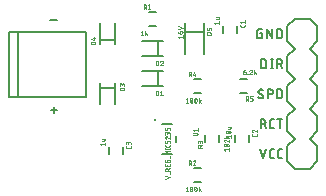
<source format=gbr>
G04 EAGLE Gerber RS-274X export*
G75*
%MOMM*%
%FSLAX34Y34*%
%LPD*%
%INTop Silkscreen*%
%IPPOS*%
%AMOC8*
5,1,8,0,0,1.08239X$1,22.5*%
G01*
%ADD10C,0.127000*%
%ADD11C,0.152400*%
%ADD12C,0.025400*%
%ADD13C,0.203200*%
%ADD14C,0.254000*%


D10*
X218516Y140123D02*
X219786Y140123D01*
X219786Y135890D01*
X217246Y135890D01*
X217165Y135892D01*
X217085Y135898D01*
X217005Y135907D01*
X216926Y135921D01*
X216847Y135938D01*
X216769Y135959D01*
X216692Y135983D01*
X216617Y136011D01*
X216543Y136043D01*
X216470Y136078D01*
X216400Y136117D01*
X216331Y136159D01*
X216264Y136204D01*
X216199Y136252D01*
X216137Y136304D01*
X216078Y136358D01*
X216021Y136415D01*
X215967Y136474D01*
X215915Y136536D01*
X215867Y136601D01*
X215822Y136668D01*
X215780Y136737D01*
X215741Y136807D01*
X215706Y136880D01*
X215674Y136954D01*
X215646Y137029D01*
X215622Y137106D01*
X215601Y137184D01*
X215584Y137263D01*
X215570Y137342D01*
X215561Y137422D01*
X215555Y137502D01*
X215553Y137583D01*
X215553Y141817D01*
X215555Y141898D01*
X215561Y141978D01*
X215570Y142058D01*
X215584Y142137D01*
X215601Y142216D01*
X215622Y142294D01*
X215646Y142371D01*
X215674Y142446D01*
X215706Y142520D01*
X215741Y142593D01*
X215780Y142663D01*
X215822Y142732D01*
X215867Y142799D01*
X215915Y142864D01*
X215967Y142926D01*
X216021Y142985D01*
X216078Y143042D01*
X216137Y143096D01*
X216199Y143148D01*
X216264Y143196D01*
X216331Y143241D01*
X216399Y143283D01*
X216470Y143322D01*
X216543Y143357D01*
X216617Y143389D01*
X216692Y143417D01*
X216769Y143441D01*
X216847Y143462D01*
X216926Y143479D01*
X217005Y143493D01*
X217085Y143502D01*
X217165Y143508D01*
X217246Y143510D01*
X219786Y143510D01*
X224087Y143510D02*
X224087Y135890D01*
X228321Y135890D02*
X224087Y143510D01*
X228321Y143510D02*
X228321Y135890D01*
X232622Y135890D02*
X232622Y143510D01*
X234738Y143510D01*
X234828Y143508D01*
X234918Y143502D01*
X235007Y143493D01*
X235096Y143480D01*
X235184Y143462D01*
X235271Y143442D01*
X235358Y143417D01*
X235443Y143389D01*
X235527Y143357D01*
X235610Y143322D01*
X235691Y143283D01*
X235770Y143241D01*
X235848Y143196D01*
X235923Y143147D01*
X235997Y143095D01*
X236068Y143040D01*
X236137Y142982D01*
X236203Y142921D01*
X236266Y142858D01*
X236327Y142792D01*
X236385Y142723D01*
X236440Y142652D01*
X236492Y142578D01*
X236541Y142503D01*
X236586Y142425D01*
X236628Y142346D01*
X236667Y142265D01*
X236702Y142182D01*
X236734Y142098D01*
X236762Y142013D01*
X236787Y141926D01*
X236807Y141839D01*
X236825Y141751D01*
X236838Y141662D01*
X236847Y141573D01*
X236853Y141483D01*
X236855Y141393D01*
X236855Y138007D01*
X236853Y137917D01*
X236847Y137827D01*
X236838Y137738D01*
X236825Y137649D01*
X236807Y137561D01*
X236787Y137474D01*
X236762Y137387D01*
X236734Y137302D01*
X236702Y137218D01*
X236667Y137135D01*
X236628Y137054D01*
X236586Y136975D01*
X236541Y136897D01*
X236492Y136822D01*
X236440Y136748D01*
X236385Y136677D01*
X236327Y136608D01*
X236266Y136542D01*
X236203Y136479D01*
X236137Y136418D01*
X236068Y136360D01*
X235997Y136305D01*
X235923Y136253D01*
X235848Y136204D01*
X235770Y136159D01*
X235691Y136117D01*
X235610Y136078D01*
X235527Y136043D01*
X235443Y136011D01*
X235358Y135983D01*
X235271Y135958D01*
X235184Y135938D01*
X235096Y135920D01*
X235007Y135907D01*
X234918Y135898D01*
X234828Y135892D01*
X234738Y135890D01*
X232622Y135890D01*
X219215Y118110D02*
X219215Y110490D01*
X219215Y118110D02*
X221332Y118110D01*
X221422Y118108D01*
X221512Y118102D01*
X221601Y118093D01*
X221690Y118080D01*
X221778Y118062D01*
X221865Y118042D01*
X221952Y118017D01*
X222037Y117989D01*
X222121Y117957D01*
X222204Y117922D01*
X222285Y117883D01*
X222364Y117841D01*
X222442Y117796D01*
X222517Y117747D01*
X222591Y117695D01*
X222662Y117640D01*
X222731Y117582D01*
X222797Y117521D01*
X222860Y117458D01*
X222921Y117392D01*
X222979Y117323D01*
X223034Y117252D01*
X223086Y117178D01*
X223135Y117103D01*
X223180Y117025D01*
X223222Y116946D01*
X223261Y116865D01*
X223296Y116782D01*
X223328Y116698D01*
X223356Y116613D01*
X223381Y116526D01*
X223401Y116439D01*
X223419Y116351D01*
X223432Y116262D01*
X223441Y116173D01*
X223447Y116083D01*
X223449Y115993D01*
X223448Y115993D02*
X223448Y112607D01*
X223449Y112607D02*
X223447Y112517D01*
X223441Y112427D01*
X223432Y112338D01*
X223419Y112249D01*
X223401Y112161D01*
X223381Y112074D01*
X223356Y111987D01*
X223328Y111902D01*
X223296Y111818D01*
X223261Y111735D01*
X223222Y111654D01*
X223180Y111575D01*
X223135Y111497D01*
X223086Y111422D01*
X223034Y111348D01*
X222979Y111277D01*
X222921Y111208D01*
X222860Y111142D01*
X222797Y111079D01*
X222731Y111018D01*
X222662Y110960D01*
X222591Y110905D01*
X222517Y110853D01*
X222442Y110804D01*
X222364Y110759D01*
X222285Y110717D01*
X222204Y110678D01*
X222121Y110643D01*
X222037Y110611D01*
X221952Y110583D01*
X221865Y110558D01*
X221778Y110538D01*
X221690Y110520D01*
X221601Y110507D01*
X221512Y110498D01*
X221422Y110492D01*
X221332Y110490D01*
X219215Y110490D01*
X227999Y110490D02*
X227999Y118110D01*
X227152Y110490D02*
X228846Y110490D01*
X228846Y118110D02*
X227152Y118110D01*
X232622Y118110D02*
X232622Y110490D01*
X232622Y118110D02*
X234738Y118110D01*
X234829Y118108D01*
X234920Y118102D01*
X235011Y118092D01*
X235101Y118079D01*
X235190Y118061D01*
X235279Y118040D01*
X235366Y118015D01*
X235453Y117986D01*
X235538Y117953D01*
X235621Y117917D01*
X235703Y117877D01*
X235783Y117834D01*
X235862Y117787D01*
X235938Y117737D01*
X236012Y117684D01*
X236083Y117628D01*
X236152Y117568D01*
X236219Y117506D01*
X236282Y117441D01*
X236343Y117373D01*
X236401Y117303D01*
X236456Y117230D01*
X236508Y117155D01*
X236556Y117078D01*
X236601Y116998D01*
X236643Y116917D01*
X236681Y116835D01*
X236715Y116750D01*
X236746Y116664D01*
X236773Y116577D01*
X236796Y116489D01*
X236815Y116400D01*
X236831Y116311D01*
X236843Y116220D01*
X236851Y116130D01*
X236855Y116039D01*
X236855Y115947D01*
X236851Y115856D01*
X236843Y115766D01*
X236831Y115675D01*
X236815Y115586D01*
X236796Y115497D01*
X236773Y115409D01*
X236746Y115322D01*
X236715Y115236D01*
X236681Y115151D01*
X236643Y115069D01*
X236601Y114988D01*
X236556Y114908D01*
X236508Y114831D01*
X236456Y114756D01*
X236401Y114683D01*
X236343Y114613D01*
X236282Y114545D01*
X236219Y114480D01*
X236152Y114418D01*
X236083Y114358D01*
X236012Y114302D01*
X235938Y114249D01*
X235862Y114199D01*
X235783Y114152D01*
X235703Y114109D01*
X235621Y114069D01*
X235538Y114033D01*
X235453Y114000D01*
X235366Y113971D01*
X235279Y113946D01*
X235190Y113925D01*
X235101Y113907D01*
X235011Y113894D01*
X234920Y113884D01*
X234829Y113878D01*
X234738Y113876D01*
X234738Y113877D02*
X232622Y113877D01*
X235162Y113877D02*
X236855Y110490D01*
X220853Y86783D02*
X220851Y86702D01*
X220845Y86622D01*
X220836Y86542D01*
X220822Y86463D01*
X220805Y86384D01*
X220784Y86306D01*
X220760Y86229D01*
X220732Y86154D01*
X220700Y86080D01*
X220665Y86007D01*
X220626Y85937D01*
X220584Y85868D01*
X220539Y85801D01*
X220491Y85736D01*
X220439Y85674D01*
X220385Y85615D01*
X220328Y85558D01*
X220269Y85504D01*
X220207Y85452D01*
X220142Y85404D01*
X220075Y85359D01*
X220007Y85317D01*
X219936Y85278D01*
X219863Y85243D01*
X219789Y85211D01*
X219714Y85183D01*
X219637Y85159D01*
X219559Y85138D01*
X219480Y85121D01*
X219401Y85107D01*
X219321Y85098D01*
X219241Y85092D01*
X219160Y85090D01*
X219042Y85092D01*
X218925Y85098D01*
X218808Y85107D01*
X218691Y85121D01*
X218574Y85138D01*
X218459Y85159D01*
X218344Y85184D01*
X218229Y85213D01*
X218116Y85246D01*
X218004Y85282D01*
X217894Y85322D01*
X217784Y85365D01*
X217676Y85412D01*
X217570Y85463D01*
X217466Y85517D01*
X217363Y85574D01*
X217262Y85635D01*
X217163Y85699D01*
X217067Y85766D01*
X216973Y85837D01*
X216881Y85910D01*
X216791Y85987D01*
X216704Y86066D01*
X216620Y86148D01*
X216832Y91017D02*
X216834Y91098D01*
X216840Y91178D01*
X216849Y91258D01*
X216863Y91337D01*
X216880Y91416D01*
X216901Y91494D01*
X216925Y91571D01*
X216953Y91646D01*
X216985Y91720D01*
X217020Y91793D01*
X217059Y91864D01*
X217101Y91932D01*
X217146Y91999D01*
X217194Y92064D01*
X217246Y92126D01*
X217300Y92185D01*
X217357Y92242D01*
X217416Y92296D01*
X217478Y92348D01*
X217543Y92396D01*
X217610Y92441D01*
X217679Y92483D01*
X217749Y92522D01*
X217822Y92557D01*
X217896Y92589D01*
X217971Y92617D01*
X218048Y92641D01*
X218126Y92662D01*
X218205Y92679D01*
X218284Y92693D01*
X218364Y92702D01*
X218444Y92708D01*
X218525Y92710D01*
X218633Y92708D01*
X218740Y92703D01*
X218847Y92694D01*
X218954Y92681D01*
X219060Y92665D01*
X219166Y92645D01*
X219271Y92621D01*
X219375Y92594D01*
X219478Y92564D01*
X219580Y92530D01*
X219681Y92492D01*
X219780Y92451D01*
X219878Y92407D01*
X219975Y92360D01*
X220069Y92309D01*
X220163Y92255D01*
X220254Y92198D01*
X220343Y92138D01*
X220430Y92075D01*
X217678Y89535D02*
X217609Y89578D01*
X217542Y89624D01*
X217477Y89673D01*
X217415Y89725D01*
X217356Y89780D01*
X217299Y89838D01*
X217244Y89899D01*
X217193Y89961D01*
X217145Y90027D01*
X217100Y90094D01*
X217058Y90164D01*
X217019Y90235D01*
X216984Y90308D01*
X216952Y90383D01*
X216924Y90459D01*
X216899Y90536D01*
X216879Y90615D01*
X216862Y90694D01*
X216848Y90774D01*
X216839Y90855D01*
X216833Y90936D01*
X216831Y91017D01*
X220006Y88265D02*
X220075Y88222D01*
X220142Y88176D01*
X220207Y88127D01*
X220269Y88075D01*
X220328Y88020D01*
X220386Y87962D01*
X220440Y87901D01*
X220491Y87839D01*
X220539Y87773D01*
X220584Y87706D01*
X220626Y87636D01*
X220665Y87565D01*
X220700Y87492D01*
X220732Y87417D01*
X220760Y87341D01*
X220785Y87264D01*
X220805Y87185D01*
X220822Y87106D01*
X220836Y87026D01*
X220845Y86945D01*
X220851Y86864D01*
X220853Y86783D01*
X220006Y88265D02*
X217678Y89535D01*
X224786Y92710D02*
X224786Y85090D01*
X224786Y92710D02*
X226902Y92710D01*
X226993Y92708D01*
X227084Y92702D01*
X227175Y92692D01*
X227265Y92679D01*
X227354Y92661D01*
X227443Y92640D01*
X227530Y92615D01*
X227617Y92586D01*
X227702Y92553D01*
X227785Y92517D01*
X227867Y92477D01*
X227947Y92434D01*
X228026Y92387D01*
X228102Y92337D01*
X228176Y92284D01*
X228247Y92228D01*
X228316Y92168D01*
X228383Y92106D01*
X228446Y92041D01*
X228507Y91973D01*
X228565Y91903D01*
X228620Y91830D01*
X228672Y91755D01*
X228720Y91678D01*
X228765Y91598D01*
X228807Y91517D01*
X228845Y91435D01*
X228879Y91350D01*
X228910Y91264D01*
X228937Y91177D01*
X228960Y91089D01*
X228979Y91000D01*
X228995Y90911D01*
X229007Y90820D01*
X229015Y90730D01*
X229019Y90639D01*
X229019Y90547D01*
X229015Y90456D01*
X229007Y90366D01*
X228995Y90275D01*
X228979Y90186D01*
X228960Y90097D01*
X228937Y90009D01*
X228910Y89922D01*
X228879Y89836D01*
X228845Y89751D01*
X228807Y89669D01*
X228765Y89588D01*
X228720Y89508D01*
X228672Y89431D01*
X228620Y89356D01*
X228565Y89283D01*
X228507Y89213D01*
X228446Y89145D01*
X228383Y89080D01*
X228316Y89018D01*
X228247Y88958D01*
X228176Y88902D01*
X228102Y88849D01*
X228026Y88799D01*
X227947Y88752D01*
X227867Y88709D01*
X227785Y88669D01*
X227702Y88633D01*
X227617Y88600D01*
X227530Y88571D01*
X227443Y88546D01*
X227354Y88525D01*
X227265Y88507D01*
X227175Y88494D01*
X227084Y88484D01*
X226993Y88478D01*
X226902Y88476D01*
X226902Y88477D02*
X224786Y88477D01*
X232622Y85090D02*
X232622Y92710D01*
X234738Y92710D01*
X234828Y92708D01*
X234918Y92702D01*
X235007Y92693D01*
X235096Y92680D01*
X235184Y92662D01*
X235271Y92642D01*
X235358Y92617D01*
X235443Y92589D01*
X235527Y92557D01*
X235610Y92522D01*
X235691Y92483D01*
X235770Y92441D01*
X235848Y92396D01*
X235923Y92347D01*
X235997Y92295D01*
X236068Y92240D01*
X236137Y92182D01*
X236203Y92121D01*
X236266Y92058D01*
X236327Y91992D01*
X236385Y91923D01*
X236440Y91852D01*
X236492Y91778D01*
X236541Y91703D01*
X236586Y91625D01*
X236628Y91546D01*
X236667Y91465D01*
X236702Y91382D01*
X236734Y91298D01*
X236762Y91213D01*
X236787Y91126D01*
X236807Y91039D01*
X236825Y90951D01*
X236838Y90862D01*
X236847Y90773D01*
X236853Y90683D01*
X236855Y90593D01*
X236855Y87207D01*
X236853Y87117D01*
X236847Y87027D01*
X236838Y86938D01*
X236825Y86849D01*
X236807Y86761D01*
X236787Y86674D01*
X236762Y86587D01*
X236734Y86502D01*
X236702Y86418D01*
X236667Y86335D01*
X236628Y86254D01*
X236586Y86175D01*
X236541Y86097D01*
X236492Y86022D01*
X236440Y85948D01*
X236385Y85877D01*
X236327Y85808D01*
X236266Y85742D01*
X236203Y85679D01*
X236137Y85618D01*
X236068Y85560D01*
X235997Y85505D01*
X235923Y85453D01*
X235848Y85404D01*
X235770Y85359D01*
X235691Y85317D01*
X235610Y85278D01*
X235527Y85243D01*
X235443Y85211D01*
X235358Y85183D01*
X235271Y85158D01*
X235184Y85138D01*
X235096Y85120D01*
X235007Y85107D01*
X234918Y85098D01*
X234828Y85092D01*
X234738Y85090D01*
X232622Y85090D01*
X218558Y67310D02*
X218558Y59690D01*
X218558Y67310D02*
X220675Y67310D01*
X220766Y67308D01*
X220857Y67302D01*
X220948Y67292D01*
X221038Y67279D01*
X221127Y67261D01*
X221216Y67240D01*
X221303Y67215D01*
X221390Y67186D01*
X221475Y67153D01*
X221558Y67117D01*
X221640Y67077D01*
X221720Y67034D01*
X221799Y66987D01*
X221875Y66937D01*
X221949Y66884D01*
X222020Y66828D01*
X222089Y66768D01*
X222156Y66706D01*
X222219Y66641D01*
X222280Y66573D01*
X222338Y66503D01*
X222393Y66430D01*
X222445Y66355D01*
X222493Y66278D01*
X222538Y66198D01*
X222580Y66117D01*
X222618Y66035D01*
X222652Y65950D01*
X222683Y65864D01*
X222710Y65777D01*
X222733Y65689D01*
X222752Y65600D01*
X222768Y65511D01*
X222780Y65420D01*
X222788Y65330D01*
X222792Y65239D01*
X222792Y65147D01*
X222788Y65056D01*
X222780Y64966D01*
X222768Y64875D01*
X222752Y64786D01*
X222733Y64697D01*
X222710Y64609D01*
X222683Y64522D01*
X222652Y64436D01*
X222618Y64351D01*
X222580Y64269D01*
X222538Y64188D01*
X222493Y64108D01*
X222445Y64031D01*
X222393Y63956D01*
X222338Y63883D01*
X222280Y63813D01*
X222219Y63745D01*
X222156Y63680D01*
X222089Y63618D01*
X222020Y63558D01*
X221949Y63502D01*
X221875Y63449D01*
X221799Y63399D01*
X221720Y63352D01*
X221640Y63309D01*
X221558Y63269D01*
X221475Y63233D01*
X221390Y63200D01*
X221303Y63171D01*
X221216Y63146D01*
X221127Y63125D01*
X221038Y63107D01*
X220948Y63094D01*
X220857Y63084D01*
X220766Y63078D01*
X220675Y63076D01*
X220675Y63077D02*
X218558Y63077D01*
X221098Y63077D02*
X222792Y59690D01*
X228149Y59690D02*
X229842Y59690D01*
X228149Y59690D02*
X228068Y59692D01*
X227988Y59698D01*
X227908Y59707D01*
X227829Y59721D01*
X227750Y59738D01*
X227672Y59759D01*
X227595Y59783D01*
X227520Y59811D01*
X227446Y59843D01*
X227373Y59878D01*
X227303Y59917D01*
X227234Y59959D01*
X227167Y60004D01*
X227102Y60052D01*
X227040Y60104D01*
X226981Y60158D01*
X226924Y60215D01*
X226870Y60274D01*
X226818Y60336D01*
X226770Y60401D01*
X226725Y60468D01*
X226683Y60537D01*
X226644Y60607D01*
X226609Y60680D01*
X226577Y60754D01*
X226549Y60829D01*
X226525Y60906D01*
X226504Y60984D01*
X226487Y61063D01*
X226473Y61142D01*
X226464Y61222D01*
X226458Y61302D01*
X226456Y61383D01*
X226455Y61383D02*
X226455Y65617D01*
X226456Y65617D02*
X226458Y65698D01*
X226464Y65778D01*
X226473Y65858D01*
X226487Y65937D01*
X226504Y66016D01*
X226525Y66094D01*
X226549Y66171D01*
X226577Y66246D01*
X226609Y66320D01*
X226644Y66393D01*
X226683Y66463D01*
X226725Y66532D01*
X226770Y66599D01*
X226818Y66664D01*
X226870Y66726D01*
X226924Y66785D01*
X226981Y66842D01*
X227040Y66896D01*
X227102Y66948D01*
X227167Y66996D01*
X227234Y67041D01*
X227302Y67083D01*
X227373Y67122D01*
X227446Y67157D01*
X227520Y67189D01*
X227595Y67217D01*
X227672Y67241D01*
X227750Y67262D01*
X227829Y67279D01*
X227908Y67293D01*
X227988Y67302D01*
X228068Y67308D01*
X228149Y67310D01*
X229842Y67310D01*
X234738Y67310D02*
X234738Y59690D01*
X232622Y67310D02*
X236855Y67310D01*
X218409Y41910D02*
X220949Y34290D01*
X223489Y41910D01*
X228494Y34290D02*
X230188Y34290D01*
X228494Y34290D02*
X228413Y34292D01*
X228333Y34298D01*
X228253Y34307D01*
X228174Y34321D01*
X228095Y34338D01*
X228017Y34359D01*
X227940Y34383D01*
X227865Y34411D01*
X227791Y34443D01*
X227718Y34478D01*
X227648Y34517D01*
X227579Y34559D01*
X227512Y34604D01*
X227447Y34652D01*
X227385Y34704D01*
X227326Y34758D01*
X227269Y34815D01*
X227215Y34874D01*
X227163Y34936D01*
X227115Y35001D01*
X227070Y35068D01*
X227028Y35137D01*
X226989Y35207D01*
X226954Y35280D01*
X226922Y35354D01*
X226894Y35429D01*
X226870Y35506D01*
X226849Y35584D01*
X226832Y35663D01*
X226818Y35742D01*
X226809Y35822D01*
X226803Y35902D01*
X226801Y35983D01*
X226801Y40217D01*
X226803Y40298D01*
X226809Y40378D01*
X226818Y40458D01*
X226832Y40537D01*
X226849Y40616D01*
X226870Y40694D01*
X226894Y40771D01*
X226922Y40846D01*
X226954Y40920D01*
X226989Y40993D01*
X227028Y41063D01*
X227070Y41132D01*
X227115Y41199D01*
X227163Y41264D01*
X227215Y41326D01*
X227269Y41385D01*
X227326Y41442D01*
X227385Y41496D01*
X227447Y41548D01*
X227512Y41596D01*
X227579Y41641D01*
X227647Y41683D01*
X227718Y41722D01*
X227791Y41757D01*
X227865Y41789D01*
X227940Y41817D01*
X228017Y41841D01*
X228095Y41862D01*
X228174Y41879D01*
X228253Y41893D01*
X228333Y41902D01*
X228413Y41908D01*
X228494Y41910D01*
X230188Y41910D01*
X235162Y34290D02*
X236855Y34290D01*
X235162Y34290D02*
X235081Y34292D01*
X235001Y34298D01*
X234921Y34307D01*
X234842Y34321D01*
X234763Y34338D01*
X234685Y34359D01*
X234608Y34383D01*
X234533Y34411D01*
X234459Y34443D01*
X234386Y34478D01*
X234316Y34517D01*
X234247Y34559D01*
X234180Y34604D01*
X234115Y34652D01*
X234053Y34704D01*
X233994Y34758D01*
X233937Y34815D01*
X233883Y34874D01*
X233831Y34936D01*
X233783Y35001D01*
X233738Y35068D01*
X233696Y35137D01*
X233657Y35207D01*
X233622Y35280D01*
X233590Y35354D01*
X233562Y35429D01*
X233538Y35506D01*
X233517Y35584D01*
X233500Y35663D01*
X233486Y35742D01*
X233477Y35822D01*
X233471Y35902D01*
X233469Y35983D01*
X233468Y35983D02*
X233468Y40217D01*
X233469Y40217D02*
X233471Y40298D01*
X233477Y40378D01*
X233486Y40458D01*
X233500Y40537D01*
X233517Y40616D01*
X233538Y40694D01*
X233562Y40771D01*
X233590Y40846D01*
X233622Y40920D01*
X233657Y40993D01*
X233696Y41063D01*
X233738Y41132D01*
X233783Y41199D01*
X233831Y41264D01*
X233883Y41326D01*
X233937Y41385D01*
X233994Y41442D01*
X234053Y41496D01*
X234115Y41548D01*
X234180Y41596D01*
X234247Y41641D01*
X234315Y41683D01*
X234386Y41722D01*
X234459Y41757D01*
X234533Y41789D01*
X234608Y41817D01*
X234685Y41841D01*
X234763Y41862D01*
X234842Y41879D01*
X234921Y41893D01*
X235001Y41902D01*
X235081Y41908D01*
X235162Y41910D01*
X236855Y41910D01*
X46355Y151553D02*
X40005Y151553D01*
X41275Y75353D02*
X46355Y75353D01*
X43815Y72813D02*
X43815Y77893D01*
D11*
X199040Y140510D02*
X199040Y146510D01*
X187040Y146510D02*
X187040Y140510D01*
D12*
X205232Y146676D02*
X205232Y147522D01*
X205232Y146676D02*
X205230Y146618D01*
X205224Y146561D01*
X205214Y146504D01*
X205201Y146447D01*
X205183Y146392D01*
X205162Y146339D01*
X205137Y146286D01*
X205109Y146236D01*
X205077Y146188D01*
X205042Y146141D01*
X205004Y146098D01*
X204963Y146057D01*
X204920Y146019D01*
X204873Y145984D01*
X204825Y145952D01*
X204775Y145924D01*
X204722Y145899D01*
X204669Y145878D01*
X204614Y145860D01*
X204557Y145847D01*
X204500Y145837D01*
X204443Y145831D01*
X204385Y145829D01*
X202269Y145829D01*
X202211Y145831D01*
X202154Y145837D01*
X202097Y145847D01*
X202040Y145860D01*
X201985Y145878D01*
X201932Y145899D01*
X201879Y145924D01*
X201829Y145952D01*
X201781Y145984D01*
X201734Y146019D01*
X201691Y146057D01*
X201650Y146098D01*
X201612Y146141D01*
X201577Y146188D01*
X201545Y146236D01*
X201517Y146286D01*
X201492Y146339D01*
X201471Y146392D01*
X201453Y146447D01*
X201440Y146504D01*
X201430Y146561D01*
X201424Y146618D01*
X201422Y146676D01*
X201422Y147522D01*
X202269Y148886D02*
X201422Y149945D01*
X205232Y149945D01*
X205232Y151003D02*
X205232Y148886D01*
X180044Y148102D02*
X179197Y149161D01*
X183007Y149161D01*
X183007Y150219D02*
X183007Y148102D01*
X182372Y151850D02*
X180467Y151850D01*
X182372Y151850D02*
X182419Y151852D01*
X182467Y151857D01*
X182513Y151866D01*
X182559Y151878D01*
X182604Y151894D01*
X182648Y151913D01*
X182690Y151935D01*
X182730Y151960D01*
X182768Y151989D01*
X182804Y152020D01*
X182837Y152053D01*
X182868Y152089D01*
X182897Y152127D01*
X182922Y152168D01*
X182944Y152209D01*
X182963Y152253D01*
X182979Y152298D01*
X182991Y152344D01*
X183000Y152390D01*
X183005Y152438D01*
X183007Y152485D01*
X183007Y153543D01*
X180467Y153543D01*
D11*
X209200Y53800D02*
X209200Y47800D01*
X197200Y47800D02*
X197200Y53800D01*
D12*
X215392Y53966D02*
X215392Y54812D01*
X215392Y53966D02*
X215390Y53908D01*
X215384Y53851D01*
X215374Y53794D01*
X215361Y53737D01*
X215343Y53682D01*
X215322Y53629D01*
X215297Y53576D01*
X215269Y53526D01*
X215237Y53478D01*
X215202Y53431D01*
X215164Y53388D01*
X215123Y53347D01*
X215080Y53309D01*
X215033Y53274D01*
X214985Y53242D01*
X214935Y53214D01*
X214882Y53189D01*
X214829Y53168D01*
X214774Y53150D01*
X214717Y53137D01*
X214660Y53127D01*
X214603Y53121D01*
X214545Y53119D01*
X212429Y53119D01*
X212371Y53121D01*
X212314Y53127D01*
X212257Y53137D01*
X212200Y53150D01*
X212145Y53168D01*
X212092Y53189D01*
X212039Y53214D01*
X211989Y53242D01*
X211941Y53274D01*
X211894Y53309D01*
X211851Y53347D01*
X211810Y53388D01*
X211772Y53431D01*
X211737Y53478D01*
X211705Y53526D01*
X211677Y53576D01*
X211652Y53629D01*
X211631Y53682D01*
X211613Y53737D01*
X211600Y53794D01*
X211590Y53851D01*
X211584Y53908D01*
X211582Y53966D01*
X211582Y54812D01*
X211582Y57341D02*
X211584Y57401D01*
X211590Y57460D01*
X211599Y57520D01*
X211612Y57578D01*
X211629Y57635D01*
X211649Y57692D01*
X211673Y57747D01*
X211700Y57800D01*
X211730Y57852D01*
X211764Y57901D01*
X211801Y57948D01*
X211840Y57993D01*
X211883Y58036D01*
X211928Y58075D01*
X211975Y58112D01*
X212024Y58146D01*
X212076Y58176D01*
X212129Y58203D01*
X212184Y58227D01*
X212241Y58247D01*
X212298Y58264D01*
X212356Y58277D01*
X212416Y58286D01*
X212475Y58292D01*
X212535Y58294D01*
X211582Y57341D02*
X211584Y57274D01*
X211589Y57207D01*
X211598Y57141D01*
X211611Y57075D01*
X211627Y57011D01*
X211647Y56947D01*
X211671Y56884D01*
X211697Y56822D01*
X211727Y56763D01*
X211760Y56705D01*
X211797Y56648D01*
X211836Y56594D01*
X211878Y56542D01*
X211923Y56493D01*
X211971Y56446D01*
X212021Y56402D01*
X212074Y56360D01*
X212129Y56322D01*
X212185Y56286D01*
X212244Y56254D01*
X212304Y56225D01*
X212366Y56199D01*
X212429Y56177D01*
X213276Y57975D02*
X213234Y58017D01*
X213189Y58056D01*
X213143Y58093D01*
X213094Y58127D01*
X213044Y58157D01*
X212992Y58185D01*
X212938Y58210D01*
X212883Y58232D01*
X212827Y58251D01*
X212770Y58266D01*
X212712Y58278D01*
X212653Y58286D01*
X212594Y58291D01*
X212535Y58293D01*
X213275Y57976D02*
X215392Y56176D01*
X215392Y58293D01*
X190204Y51735D02*
X189357Y52793D01*
X193167Y52793D01*
X193167Y51735D02*
X193167Y53851D01*
X191262Y55392D02*
X191152Y55394D01*
X191043Y55400D01*
X190934Y55409D01*
X190825Y55423D01*
X190717Y55440D01*
X190609Y55461D01*
X190503Y55485D01*
X190397Y55514D01*
X190292Y55546D01*
X190188Y55581D01*
X190086Y55620D01*
X189985Y55663D01*
X189886Y55710D01*
X189836Y55730D01*
X189787Y55752D01*
X189739Y55778D01*
X189694Y55807D01*
X189651Y55840D01*
X189610Y55875D01*
X189571Y55913D01*
X189536Y55953D01*
X189503Y55996D01*
X189473Y56041D01*
X189446Y56088D01*
X189423Y56136D01*
X189403Y56186D01*
X189387Y56238D01*
X189374Y56290D01*
X189364Y56343D01*
X189359Y56397D01*
X189357Y56451D01*
X189359Y56505D01*
X189364Y56559D01*
X189374Y56612D01*
X189387Y56664D01*
X189403Y56716D01*
X189423Y56766D01*
X189446Y56814D01*
X189473Y56861D01*
X189503Y56906D01*
X189536Y56949D01*
X189571Y56989D01*
X189610Y57027D01*
X189651Y57062D01*
X189694Y57095D01*
X189739Y57124D01*
X189787Y57150D01*
X189836Y57172D01*
X189886Y57192D01*
X189886Y57191D02*
X189985Y57238D01*
X190086Y57281D01*
X190188Y57320D01*
X190292Y57355D01*
X190397Y57387D01*
X190503Y57416D01*
X190609Y57440D01*
X190717Y57461D01*
X190825Y57478D01*
X190934Y57492D01*
X191043Y57501D01*
X191152Y57507D01*
X191262Y57509D01*
X191262Y55392D02*
X191372Y55394D01*
X191481Y55400D01*
X191590Y55409D01*
X191699Y55423D01*
X191807Y55440D01*
X191915Y55461D01*
X192021Y55485D01*
X192127Y55514D01*
X192232Y55546D01*
X192336Y55581D01*
X192438Y55620D01*
X192539Y55663D01*
X192638Y55710D01*
X192688Y55730D01*
X192737Y55752D01*
X192785Y55778D01*
X192830Y55807D01*
X192873Y55840D01*
X192914Y55875D01*
X192953Y55913D01*
X192988Y55953D01*
X193021Y55996D01*
X193051Y56041D01*
X193078Y56088D01*
X193101Y56136D01*
X193121Y56187D01*
X193137Y56238D01*
X193150Y56290D01*
X193160Y56343D01*
X193165Y56397D01*
X193167Y56451D01*
X192638Y57191D02*
X192539Y57238D01*
X192438Y57281D01*
X192336Y57320D01*
X192232Y57355D01*
X192127Y57387D01*
X192021Y57416D01*
X191915Y57440D01*
X191807Y57461D01*
X191699Y57478D01*
X191590Y57492D01*
X191481Y57501D01*
X191372Y57507D01*
X191262Y57509D01*
X192638Y57192D02*
X192688Y57172D01*
X192737Y57150D01*
X192785Y57124D01*
X192830Y57095D01*
X192873Y57062D01*
X192914Y57027D01*
X192953Y56989D01*
X192988Y56949D01*
X193021Y56906D01*
X193051Y56861D01*
X193078Y56814D01*
X193101Y56766D01*
X193121Y56715D01*
X193137Y56664D01*
X193150Y56612D01*
X193160Y56559D01*
X193165Y56505D01*
X193167Y56451D01*
X192320Y55604D02*
X190204Y57297D01*
X190627Y59140D02*
X192532Y59140D01*
X192579Y59142D01*
X192627Y59147D01*
X192673Y59156D01*
X192719Y59168D01*
X192764Y59184D01*
X192808Y59203D01*
X192850Y59225D01*
X192890Y59250D01*
X192928Y59279D01*
X192964Y59310D01*
X192997Y59343D01*
X193028Y59379D01*
X193057Y59417D01*
X193082Y59458D01*
X193104Y59499D01*
X193123Y59543D01*
X193139Y59588D01*
X193151Y59634D01*
X193160Y59680D01*
X193165Y59728D01*
X193167Y59775D01*
X193167Y60833D01*
X190627Y60833D01*
D11*
X102520Y43640D02*
X102520Y37640D01*
X90520Y37640D02*
X90520Y43640D01*
D12*
X108712Y43806D02*
X108712Y44652D01*
X108712Y43806D02*
X108710Y43748D01*
X108704Y43691D01*
X108694Y43634D01*
X108681Y43577D01*
X108663Y43522D01*
X108642Y43469D01*
X108617Y43416D01*
X108589Y43366D01*
X108557Y43318D01*
X108522Y43271D01*
X108484Y43228D01*
X108443Y43187D01*
X108400Y43149D01*
X108353Y43114D01*
X108305Y43082D01*
X108255Y43054D01*
X108202Y43029D01*
X108149Y43008D01*
X108094Y42990D01*
X108037Y42977D01*
X107980Y42967D01*
X107923Y42961D01*
X107865Y42959D01*
X105749Y42959D01*
X105691Y42961D01*
X105634Y42967D01*
X105577Y42977D01*
X105520Y42990D01*
X105465Y43008D01*
X105412Y43029D01*
X105359Y43054D01*
X105309Y43082D01*
X105261Y43114D01*
X105214Y43149D01*
X105171Y43187D01*
X105130Y43228D01*
X105092Y43271D01*
X105057Y43318D01*
X105025Y43366D01*
X104997Y43416D01*
X104972Y43469D01*
X104951Y43522D01*
X104933Y43577D01*
X104920Y43634D01*
X104910Y43691D01*
X104904Y43748D01*
X104902Y43806D01*
X104902Y44652D01*
X108712Y46016D02*
X108712Y47075D01*
X108710Y47139D01*
X108704Y47203D01*
X108695Y47266D01*
X108681Y47328D01*
X108664Y47390D01*
X108643Y47450D01*
X108619Y47509D01*
X108591Y47567D01*
X108559Y47622D01*
X108525Y47676D01*
X108487Y47727D01*
X108446Y47777D01*
X108402Y47823D01*
X108356Y47867D01*
X108306Y47908D01*
X108255Y47946D01*
X108201Y47980D01*
X108146Y48012D01*
X108088Y48040D01*
X108029Y48064D01*
X107969Y48085D01*
X107907Y48102D01*
X107845Y48116D01*
X107782Y48125D01*
X107718Y48131D01*
X107654Y48133D01*
X107590Y48131D01*
X107526Y48125D01*
X107463Y48116D01*
X107401Y48102D01*
X107339Y48085D01*
X107279Y48064D01*
X107220Y48040D01*
X107162Y48012D01*
X107107Y47980D01*
X107053Y47946D01*
X107002Y47908D01*
X106952Y47867D01*
X106906Y47823D01*
X106862Y47777D01*
X106821Y47727D01*
X106783Y47676D01*
X106749Y47622D01*
X106717Y47567D01*
X106689Y47509D01*
X106665Y47450D01*
X106644Y47390D01*
X106627Y47328D01*
X106613Y47266D01*
X106604Y47203D01*
X106598Y47139D01*
X106596Y47075D01*
X104902Y47286D02*
X104902Y46016D01*
X104902Y47286D02*
X104904Y47343D01*
X104910Y47399D01*
X104919Y47455D01*
X104932Y47510D01*
X104949Y47564D01*
X104969Y47617D01*
X104993Y47668D01*
X105020Y47718D01*
X105051Y47765D01*
X105084Y47811D01*
X105121Y47854D01*
X105160Y47895D01*
X105202Y47933D01*
X105247Y47968D01*
X105293Y48000D01*
X105342Y48029D01*
X105392Y48054D01*
X105445Y48076D01*
X105498Y48095D01*
X105553Y48110D01*
X105608Y48121D01*
X105664Y48129D01*
X105721Y48133D01*
X105777Y48133D01*
X105834Y48129D01*
X105890Y48121D01*
X105945Y48110D01*
X106000Y48095D01*
X106053Y48076D01*
X106106Y48054D01*
X106156Y48029D01*
X106205Y48000D01*
X106251Y47968D01*
X106296Y47933D01*
X106338Y47895D01*
X106377Y47854D01*
X106414Y47811D01*
X106447Y47765D01*
X106478Y47718D01*
X106505Y47668D01*
X106529Y47617D01*
X106549Y47564D01*
X106566Y47510D01*
X106579Y47455D01*
X106588Y47399D01*
X106594Y47343D01*
X106596Y47286D01*
X106595Y47286D02*
X106595Y46440D01*
X83524Y45232D02*
X82677Y46291D01*
X86487Y46291D01*
X86487Y47349D02*
X86487Y45232D01*
X85852Y48980D02*
X83947Y48980D01*
X85852Y48980D02*
X85899Y48982D01*
X85947Y48987D01*
X85993Y48996D01*
X86039Y49008D01*
X86084Y49024D01*
X86128Y49043D01*
X86170Y49065D01*
X86210Y49090D01*
X86248Y49119D01*
X86284Y49150D01*
X86317Y49183D01*
X86348Y49219D01*
X86377Y49257D01*
X86402Y49298D01*
X86424Y49339D01*
X86443Y49383D01*
X86459Y49428D01*
X86471Y49474D01*
X86480Y49520D01*
X86485Y49568D01*
X86487Y49615D01*
X86487Y50673D01*
X83947Y50673D01*
D13*
X132000Y95100D02*
X136000Y95100D01*
X132000Y95100D02*
X118000Y95100D01*
X132000Y108100D02*
X136000Y108100D01*
X132000Y108100D02*
X118000Y108100D01*
X132000Y108100D02*
X132000Y95100D01*
D12*
X129867Y91313D02*
X129867Y87503D01*
X129867Y91313D02*
X130925Y91313D01*
X130989Y91311D01*
X131053Y91305D01*
X131116Y91296D01*
X131178Y91282D01*
X131240Y91265D01*
X131300Y91244D01*
X131359Y91220D01*
X131417Y91192D01*
X131472Y91160D01*
X131526Y91126D01*
X131577Y91088D01*
X131627Y91047D01*
X131673Y91003D01*
X131717Y90957D01*
X131758Y90907D01*
X131796Y90856D01*
X131830Y90802D01*
X131862Y90747D01*
X131890Y90689D01*
X131914Y90630D01*
X131935Y90570D01*
X131952Y90508D01*
X131966Y90446D01*
X131975Y90383D01*
X131981Y90319D01*
X131983Y90255D01*
X131984Y90255D02*
X131984Y88561D01*
X131983Y88561D02*
X131981Y88497D01*
X131975Y88433D01*
X131966Y88370D01*
X131952Y88308D01*
X131935Y88246D01*
X131914Y88186D01*
X131890Y88127D01*
X131862Y88069D01*
X131830Y88014D01*
X131796Y87960D01*
X131758Y87909D01*
X131717Y87859D01*
X131673Y87813D01*
X131627Y87769D01*
X131577Y87728D01*
X131526Y87690D01*
X131472Y87656D01*
X131417Y87624D01*
X131359Y87596D01*
X131300Y87572D01*
X131240Y87551D01*
X131178Y87534D01*
X131116Y87520D01*
X131053Y87511D01*
X130989Y87505D01*
X130925Y87503D01*
X129867Y87503D01*
X133646Y90466D02*
X134705Y91313D01*
X134705Y87503D01*
X135763Y87503D02*
X133646Y87503D01*
D13*
X132000Y120500D02*
X136000Y120500D01*
X132000Y120500D02*
X118000Y120500D01*
X132000Y133500D02*
X136000Y133500D01*
X132000Y133500D02*
X118000Y133500D01*
X132000Y133500D02*
X132000Y120500D01*
D12*
X129867Y116713D02*
X129867Y112903D01*
X129867Y116713D02*
X130925Y116713D01*
X130989Y116711D01*
X131053Y116705D01*
X131116Y116696D01*
X131178Y116682D01*
X131240Y116665D01*
X131300Y116644D01*
X131359Y116620D01*
X131417Y116592D01*
X131472Y116560D01*
X131526Y116526D01*
X131577Y116488D01*
X131627Y116447D01*
X131673Y116403D01*
X131717Y116357D01*
X131758Y116307D01*
X131796Y116256D01*
X131830Y116202D01*
X131862Y116147D01*
X131890Y116089D01*
X131914Y116030D01*
X131935Y115970D01*
X131952Y115908D01*
X131966Y115846D01*
X131975Y115783D01*
X131981Y115719D01*
X131983Y115655D01*
X131984Y115655D02*
X131984Y113961D01*
X131983Y113961D02*
X131981Y113897D01*
X131975Y113833D01*
X131966Y113770D01*
X131952Y113708D01*
X131935Y113646D01*
X131914Y113586D01*
X131890Y113527D01*
X131862Y113469D01*
X131830Y113414D01*
X131796Y113360D01*
X131758Y113309D01*
X131717Y113259D01*
X131673Y113213D01*
X131627Y113169D01*
X131577Y113128D01*
X131526Y113090D01*
X131472Y113056D01*
X131417Y113024D01*
X131359Y112996D01*
X131300Y112972D01*
X131240Y112951D01*
X131178Y112934D01*
X131116Y112920D01*
X131053Y112911D01*
X130989Y112905D01*
X130925Y112903D01*
X129867Y112903D01*
X134811Y116714D02*
X134871Y116712D01*
X134930Y116706D01*
X134990Y116697D01*
X135048Y116684D01*
X135105Y116667D01*
X135162Y116647D01*
X135217Y116623D01*
X135270Y116596D01*
X135322Y116566D01*
X135371Y116532D01*
X135418Y116495D01*
X135463Y116456D01*
X135506Y116413D01*
X135545Y116368D01*
X135582Y116321D01*
X135616Y116272D01*
X135646Y116220D01*
X135673Y116167D01*
X135697Y116112D01*
X135717Y116055D01*
X135734Y115998D01*
X135747Y115940D01*
X135756Y115880D01*
X135762Y115821D01*
X135764Y115761D01*
X134811Y116713D02*
X134744Y116711D01*
X134677Y116706D01*
X134611Y116697D01*
X134545Y116684D01*
X134481Y116668D01*
X134417Y116648D01*
X134354Y116624D01*
X134292Y116598D01*
X134233Y116568D01*
X134175Y116535D01*
X134118Y116498D01*
X134064Y116459D01*
X134012Y116417D01*
X133963Y116372D01*
X133916Y116324D01*
X133872Y116274D01*
X133830Y116221D01*
X133792Y116166D01*
X133756Y116110D01*
X133724Y116051D01*
X133695Y115991D01*
X133669Y115929D01*
X133647Y115866D01*
X135446Y115020D02*
X135487Y115062D01*
X135526Y115107D01*
X135563Y115153D01*
X135597Y115202D01*
X135628Y115252D01*
X135655Y115304D01*
X135680Y115358D01*
X135702Y115413D01*
X135721Y115469D01*
X135736Y115526D01*
X135748Y115584D01*
X135756Y115643D01*
X135761Y115702D01*
X135763Y115761D01*
X135446Y115020D02*
X133646Y112903D01*
X135763Y112903D01*
D13*
X95400Y97900D02*
X95400Y93900D01*
X95400Y79900D01*
X82400Y93900D02*
X82400Y97900D01*
X82400Y93900D02*
X82400Y79900D01*
X82400Y93900D02*
X95400Y93900D01*
D12*
X99187Y91767D02*
X102997Y91767D01*
X99187Y91767D02*
X99187Y92825D01*
X99189Y92889D01*
X99195Y92953D01*
X99204Y93016D01*
X99218Y93078D01*
X99235Y93140D01*
X99256Y93200D01*
X99280Y93259D01*
X99308Y93317D01*
X99340Y93372D01*
X99374Y93426D01*
X99412Y93477D01*
X99453Y93527D01*
X99497Y93573D01*
X99543Y93617D01*
X99593Y93658D01*
X99644Y93696D01*
X99698Y93730D01*
X99753Y93762D01*
X99811Y93790D01*
X99870Y93814D01*
X99930Y93835D01*
X99992Y93852D01*
X100054Y93866D01*
X100118Y93875D01*
X100181Y93881D01*
X100245Y93883D01*
X100245Y93884D02*
X101939Y93884D01*
X101939Y93883D02*
X102003Y93881D01*
X102067Y93875D01*
X102130Y93866D01*
X102192Y93852D01*
X102254Y93835D01*
X102314Y93814D01*
X102373Y93790D01*
X102431Y93762D01*
X102486Y93730D01*
X102540Y93696D01*
X102591Y93658D01*
X102641Y93617D01*
X102687Y93573D01*
X102731Y93527D01*
X102772Y93477D01*
X102810Y93426D01*
X102844Y93372D01*
X102876Y93317D01*
X102904Y93259D01*
X102928Y93200D01*
X102949Y93140D01*
X102966Y93078D01*
X102980Y93016D01*
X102989Y92953D01*
X102995Y92889D01*
X102997Y92825D01*
X102997Y91767D01*
X102997Y95546D02*
X102997Y96605D01*
X102995Y96669D01*
X102989Y96733D01*
X102980Y96796D01*
X102966Y96858D01*
X102949Y96920D01*
X102928Y96980D01*
X102904Y97039D01*
X102876Y97097D01*
X102844Y97152D01*
X102810Y97206D01*
X102772Y97257D01*
X102731Y97307D01*
X102687Y97353D01*
X102641Y97397D01*
X102591Y97438D01*
X102540Y97476D01*
X102486Y97510D01*
X102431Y97542D01*
X102373Y97570D01*
X102314Y97594D01*
X102254Y97615D01*
X102192Y97632D01*
X102130Y97646D01*
X102067Y97655D01*
X102003Y97661D01*
X101939Y97663D01*
X101875Y97661D01*
X101811Y97655D01*
X101748Y97646D01*
X101686Y97632D01*
X101624Y97615D01*
X101564Y97594D01*
X101505Y97570D01*
X101447Y97542D01*
X101392Y97510D01*
X101338Y97476D01*
X101287Y97438D01*
X101237Y97397D01*
X101191Y97353D01*
X101147Y97307D01*
X101106Y97257D01*
X101068Y97206D01*
X101034Y97152D01*
X101002Y97097D01*
X100974Y97039D01*
X100950Y96980D01*
X100929Y96920D01*
X100912Y96858D01*
X100898Y96796D01*
X100889Y96733D01*
X100883Y96669D01*
X100881Y96605D01*
X99187Y96816D02*
X99187Y95546D01*
X99187Y96816D02*
X99189Y96873D01*
X99195Y96929D01*
X99204Y96985D01*
X99217Y97040D01*
X99234Y97094D01*
X99254Y97147D01*
X99278Y97198D01*
X99305Y97248D01*
X99336Y97295D01*
X99369Y97341D01*
X99406Y97384D01*
X99445Y97425D01*
X99487Y97463D01*
X99532Y97498D01*
X99578Y97530D01*
X99627Y97559D01*
X99677Y97584D01*
X99730Y97606D01*
X99783Y97625D01*
X99838Y97640D01*
X99893Y97651D01*
X99949Y97659D01*
X100006Y97663D01*
X100062Y97663D01*
X100119Y97659D01*
X100175Y97651D01*
X100230Y97640D01*
X100285Y97625D01*
X100338Y97606D01*
X100391Y97584D01*
X100441Y97559D01*
X100490Y97530D01*
X100536Y97498D01*
X100581Y97463D01*
X100623Y97425D01*
X100662Y97384D01*
X100699Y97341D01*
X100732Y97295D01*
X100763Y97248D01*
X100790Y97198D01*
X100814Y97147D01*
X100834Y97094D01*
X100851Y97040D01*
X100864Y96985D01*
X100873Y96929D01*
X100879Y96873D01*
X100881Y96816D01*
X100880Y96816D02*
X100880Y95970D01*
D13*
X82400Y130700D02*
X82400Y134700D01*
X82400Y148700D01*
X95400Y134700D02*
X95400Y130700D01*
X95400Y134700D02*
X95400Y148700D01*
X95400Y134700D02*
X82400Y134700D01*
D12*
X78613Y130937D02*
X74803Y130937D01*
X74803Y131995D01*
X74805Y132059D01*
X74811Y132123D01*
X74820Y132186D01*
X74834Y132248D01*
X74851Y132310D01*
X74872Y132370D01*
X74896Y132429D01*
X74924Y132487D01*
X74956Y132542D01*
X74990Y132596D01*
X75028Y132647D01*
X75069Y132697D01*
X75113Y132743D01*
X75159Y132787D01*
X75209Y132828D01*
X75260Y132866D01*
X75314Y132900D01*
X75369Y132932D01*
X75427Y132960D01*
X75486Y132984D01*
X75546Y133005D01*
X75608Y133022D01*
X75670Y133036D01*
X75734Y133045D01*
X75797Y133051D01*
X75861Y133053D01*
X75861Y133054D02*
X77555Y133054D01*
X77555Y133053D02*
X77619Y133051D01*
X77683Y133045D01*
X77746Y133036D01*
X77808Y133022D01*
X77870Y133005D01*
X77930Y132984D01*
X77989Y132960D01*
X78047Y132932D01*
X78102Y132900D01*
X78156Y132866D01*
X78207Y132828D01*
X78257Y132787D01*
X78303Y132743D01*
X78347Y132697D01*
X78388Y132647D01*
X78426Y132596D01*
X78460Y132542D01*
X78492Y132487D01*
X78520Y132429D01*
X78544Y132370D01*
X78565Y132310D01*
X78582Y132248D01*
X78596Y132186D01*
X78605Y132123D01*
X78611Y132059D01*
X78613Y131995D01*
X78613Y130937D01*
X77766Y134717D02*
X74803Y135563D01*
X77766Y134717D02*
X77766Y136833D01*
X76920Y136198D02*
X78613Y136198D01*
D13*
X170310Y140890D02*
X170310Y148890D01*
X170310Y140890D02*
X170310Y122890D01*
X154810Y140890D02*
X154810Y148890D01*
X154810Y140890D02*
X154810Y122890D01*
X154810Y140890D02*
X170310Y140890D01*
D12*
X172847Y138757D02*
X176657Y138757D01*
X172847Y138757D02*
X172847Y139815D01*
X172849Y139879D01*
X172855Y139943D01*
X172864Y140006D01*
X172878Y140068D01*
X172895Y140130D01*
X172916Y140190D01*
X172940Y140249D01*
X172968Y140307D01*
X173000Y140362D01*
X173034Y140416D01*
X173072Y140467D01*
X173113Y140517D01*
X173157Y140563D01*
X173203Y140607D01*
X173253Y140648D01*
X173304Y140686D01*
X173358Y140720D01*
X173413Y140752D01*
X173471Y140780D01*
X173530Y140804D01*
X173590Y140825D01*
X173652Y140842D01*
X173714Y140856D01*
X173778Y140865D01*
X173841Y140871D01*
X173905Y140873D01*
X173905Y140874D02*
X175599Y140874D01*
X175599Y140873D02*
X175663Y140871D01*
X175727Y140865D01*
X175790Y140856D01*
X175852Y140842D01*
X175914Y140825D01*
X175974Y140804D01*
X176033Y140780D01*
X176091Y140752D01*
X176146Y140720D01*
X176200Y140686D01*
X176251Y140648D01*
X176301Y140607D01*
X176347Y140563D01*
X176391Y140517D01*
X176432Y140467D01*
X176470Y140416D01*
X176504Y140362D01*
X176536Y140307D01*
X176564Y140249D01*
X176588Y140190D01*
X176609Y140130D01*
X176626Y140068D01*
X176640Y140006D01*
X176649Y139943D01*
X176655Y139879D01*
X176657Y139815D01*
X176657Y138757D01*
X176657Y142536D02*
X176657Y143806D01*
X176655Y143861D01*
X176650Y143917D01*
X176641Y143971D01*
X176628Y144025D01*
X176612Y144078D01*
X176593Y144130D01*
X176570Y144181D01*
X176544Y144230D01*
X176514Y144277D01*
X176482Y144322D01*
X176447Y144364D01*
X176409Y144405D01*
X176368Y144443D01*
X176326Y144478D01*
X176281Y144510D01*
X176234Y144540D01*
X176185Y144566D01*
X176134Y144589D01*
X176082Y144608D01*
X176029Y144624D01*
X175975Y144637D01*
X175921Y144646D01*
X175865Y144651D01*
X175810Y144653D01*
X175387Y144653D01*
X175329Y144651D01*
X175272Y144645D01*
X175215Y144635D01*
X175158Y144622D01*
X175103Y144604D01*
X175050Y144583D01*
X174997Y144558D01*
X174947Y144530D01*
X174899Y144498D01*
X174852Y144463D01*
X174809Y144425D01*
X174768Y144384D01*
X174730Y144341D01*
X174695Y144294D01*
X174663Y144246D01*
X174635Y144196D01*
X174610Y144143D01*
X174589Y144090D01*
X174571Y144035D01*
X174558Y143978D01*
X174548Y143921D01*
X174542Y143864D01*
X174540Y143806D01*
X174540Y142536D01*
X172847Y142536D01*
X172847Y144653D01*
X149564Y136280D02*
X148717Y137338D01*
X152527Y137338D01*
X152527Y136280D02*
X152527Y138396D01*
X150410Y139937D02*
X150410Y141207D01*
X150412Y141262D01*
X150417Y141318D01*
X150426Y141372D01*
X150439Y141426D01*
X150455Y141479D01*
X150474Y141531D01*
X150497Y141582D01*
X150523Y141631D01*
X150553Y141678D01*
X150585Y141723D01*
X150620Y141765D01*
X150658Y141806D01*
X150699Y141844D01*
X150741Y141879D01*
X150786Y141911D01*
X150834Y141941D01*
X150882Y141967D01*
X150933Y141990D01*
X150985Y142009D01*
X151038Y142025D01*
X151092Y142038D01*
X151146Y142047D01*
X151202Y142052D01*
X151257Y142054D01*
X151469Y142054D01*
X151469Y142053D02*
X151533Y142051D01*
X151597Y142045D01*
X151660Y142036D01*
X151722Y142022D01*
X151784Y142005D01*
X151844Y141984D01*
X151903Y141960D01*
X151961Y141932D01*
X152016Y141900D01*
X152070Y141866D01*
X152121Y141828D01*
X152171Y141787D01*
X152217Y141743D01*
X152261Y141697D01*
X152302Y141647D01*
X152340Y141596D01*
X152374Y141542D01*
X152406Y141487D01*
X152434Y141429D01*
X152458Y141370D01*
X152479Y141310D01*
X152496Y141248D01*
X152510Y141186D01*
X152519Y141123D01*
X152525Y141059D01*
X152527Y140995D01*
X152525Y140931D01*
X152519Y140867D01*
X152510Y140804D01*
X152496Y140742D01*
X152479Y140680D01*
X152458Y140620D01*
X152434Y140561D01*
X152406Y140503D01*
X152374Y140448D01*
X152340Y140394D01*
X152302Y140343D01*
X152261Y140293D01*
X152217Y140247D01*
X152171Y140203D01*
X152121Y140162D01*
X152070Y140124D01*
X152016Y140090D01*
X151961Y140058D01*
X151903Y140030D01*
X151844Y140006D01*
X151784Y139985D01*
X151722Y139968D01*
X151660Y139954D01*
X151597Y139945D01*
X151533Y139939D01*
X151469Y139937D01*
X150410Y139937D01*
X150329Y139939D01*
X150249Y139945D01*
X150169Y139954D01*
X150090Y139968D01*
X150011Y139985D01*
X149933Y140006D01*
X149856Y140030D01*
X149781Y140058D01*
X149707Y140090D01*
X149634Y140125D01*
X149564Y140164D01*
X149495Y140206D01*
X149428Y140251D01*
X149363Y140299D01*
X149301Y140350D01*
X149242Y140405D01*
X149185Y140462D01*
X149131Y140521D01*
X149079Y140583D01*
X149031Y140648D01*
X148986Y140715D01*
X148944Y140783D01*
X148905Y140854D01*
X148870Y140927D01*
X148838Y141001D01*
X148810Y141076D01*
X148786Y141153D01*
X148765Y141231D01*
X148748Y141310D01*
X148734Y141389D01*
X148725Y141469D01*
X148719Y141549D01*
X148717Y141630D01*
X148717Y143383D02*
X152527Y144653D01*
X148717Y145923D01*
D13*
X5600Y141600D02*
X5600Y86600D01*
X5600Y141600D02*
X13100Y141600D01*
X70600Y141600D01*
X70600Y86600D01*
X13100Y86600D01*
X5600Y86600D01*
X13100Y86600D02*
X13100Y141600D01*
X266700Y69850D02*
X266700Y57150D01*
X260350Y50800D01*
X247650Y50800D02*
X241300Y57150D01*
X260350Y50800D02*
X266700Y44450D01*
X266700Y31750D01*
X260350Y25400D01*
X247650Y25400D02*
X241300Y31750D01*
X241300Y44450D01*
X247650Y50800D01*
X266700Y95250D02*
X260350Y101600D01*
X266700Y95250D02*
X266700Y82550D01*
X260350Y76200D01*
X247650Y76200D02*
X241300Y82550D01*
X241300Y95250D01*
X247650Y101600D01*
X260350Y76200D02*
X266700Y69850D01*
X247650Y76200D02*
X241300Y69850D01*
X241300Y57150D01*
X266700Y133350D02*
X266700Y146050D01*
X266700Y133350D02*
X260350Y127000D01*
X247650Y127000D02*
X241300Y133350D01*
X260350Y127000D02*
X266700Y120650D01*
X266700Y107950D01*
X260350Y101600D01*
X247650Y101600D02*
X241300Y107950D01*
X241300Y120650D01*
X247650Y127000D01*
X247650Y152400D02*
X260350Y152400D01*
X266700Y146050D01*
X247650Y152400D02*
X241300Y146050D01*
X241300Y133350D01*
X247650Y25400D02*
X260350Y25400D01*
D11*
X130000Y158400D02*
X124000Y158400D01*
X124000Y146400D02*
X130000Y146400D01*
D12*
X119507Y160782D02*
X119507Y164592D01*
X120565Y164592D01*
X120629Y164590D01*
X120693Y164584D01*
X120756Y164575D01*
X120818Y164561D01*
X120880Y164544D01*
X120940Y164523D01*
X120999Y164499D01*
X121057Y164471D01*
X121112Y164439D01*
X121166Y164405D01*
X121217Y164367D01*
X121267Y164326D01*
X121313Y164282D01*
X121357Y164236D01*
X121398Y164186D01*
X121436Y164135D01*
X121470Y164081D01*
X121502Y164026D01*
X121530Y163968D01*
X121554Y163909D01*
X121575Y163849D01*
X121592Y163787D01*
X121606Y163725D01*
X121615Y163662D01*
X121621Y163598D01*
X121623Y163534D01*
X121621Y163470D01*
X121615Y163406D01*
X121606Y163343D01*
X121592Y163281D01*
X121575Y163219D01*
X121554Y163159D01*
X121530Y163100D01*
X121502Y163042D01*
X121470Y162987D01*
X121436Y162933D01*
X121398Y162882D01*
X121357Y162832D01*
X121313Y162786D01*
X121267Y162742D01*
X121217Y162701D01*
X121166Y162663D01*
X121112Y162629D01*
X121057Y162597D01*
X120999Y162569D01*
X120940Y162545D01*
X120880Y162524D01*
X120818Y162507D01*
X120756Y162493D01*
X120693Y162484D01*
X120629Y162478D01*
X120565Y162476D01*
X120565Y162475D02*
X119507Y162475D01*
X120777Y162475D02*
X121624Y160782D01*
X123144Y163745D02*
X124202Y164592D01*
X124202Y160782D01*
X123144Y160782D02*
X125260Y160782D01*
X118025Y142367D02*
X116967Y141520D01*
X118025Y142367D02*
X118025Y138557D01*
X116967Y138557D02*
X119084Y138557D01*
X120753Y138557D02*
X120753Y142367D01*
X122446Y141097D02*
X120753Y139827D01*
X121494Y140356D02*
X122446Y138557D01*
D11*
X162100Y26320D02*
X168100Y26320D01*
X168100Y14320D02*
X162100Y14320D01*
D12*
X157607Y28702D02*
X157607Y32512D01*
X158665Y32512D01*
X158729Y32510D01*
X158793Y32504D01*
X158856Y32495D01*
X158918Y32481D01*
X158980Y32464D01*
X159040Y32443D01*
X159099Y32419D01*
X159157Y32391D01*
X159212Y32359D01*
X159266Y32325D01*
X159317Y32287D01*
X159367Y32246D01*
X159413Y32202D01*
X159457Y32156D01*
X159498Y32106D01*
X159536Y32055D01*
X159570Y32001D01*
X159602Y31946D01*
X159630Y31888D01*
X159654Y31829D01*
X159675Y31769D01*
X159692Y31707D01*
X159706Y31645D01*
X159715Y31582D01*
X159721Y31518D01*
X159723Y31454D01*
X159721Y31390D01*
X159715Y31326D01*
X159706Y31263D01*
X159692Y31201D01*
X159675Y31139D01*
X159654Y31079D01*
X159630Y31020D01*
X159602Y30962D01*
X159570Y30907D01*
X159536Y30853D01*
X159498Y30802D01*
X159457Y30752D01*
X159413Y30706D01*
X159367Y30662D01*
X159317Y30621D01*
X159266Y30583D01*
X159212Y30549D01*
X159157Y30517D01*
X159099Y30489D01*
X159040Y30465D01*
X158980Y30444D01*
X158918Y30427D01*
X158856Y30413D01*
X158793Y30404D01*
X158729Y30398D01*
X158665Y30396D01*
X158665Y30395D02*
X157607Y30395D01*
X158877Y30395D02*
X159724Y28702D01*
X163361Y31560D02*
X163359Y31620D01*
X163353Y31679D01*
X163344Y31739D01*
X163331Y31797D01*
X163314Y31854D01*
X163294Y31911D01*
X163270Y31966D01*
X163243Y32019D01*
X163213Y32071D01*
X163179Y32120D01*
X163142Y32167D01*
X163103Y32212D01*
X163060Y32255D01*
X163015Y32294D01*
X162968Y32331D01*
X162919Y32365D01*
X162867Y32395D01*
X162814Y32422D01*
X162759Y32446D01*
X162702Y32466D01*
X162645Y32483D01*
X162587Y32496D01*
X162527Y32505D01*
X162468Y32511D01*
X162408Y32513D01*
X162408Y32512D02*
X162341Y32510D01*
X162274Y32505D01*
X162208Y32496D01*
X162142Y32483D01*
X162078Y32467D01*
X162014Y32447D01*
X161951Y32423D01*
X161889Y32397D01*
X161830Y32367D01*
X161772Y32334D01*
X161715Y32297D01*
X161661Y32258D01*
X161609Y32216D01*
X161560Y32171D01*
X161513Y32123D01*
X161469Y32073D01*
X161427Y32020D01*
X161389Y31965D01*
X161353Y31909D01*
X161321Y31850D01*
X161292Y31790D01*
X161266Y31728D01*
X161244Y31665D01*
X163043Y30819D02*
X163084Y30861D01*
X163123Y30906D01*
X163160Y30952D01*
X163194Y31001D01*
X163225Y31051D01*
X163252Y31103D01*
X163277Y31157D01*
X163299Y31212D01*
X163318Y31268D01*
X163333Y31325D01*
X163345Y31383D01*
X163353Y31442D01*
X163358Y31501D01*
X163360Y31560D01*
X163043Y30819D02*
X161244Y28702D01*
X163360Y28702D01*
X156125Y10287D02*
X155067Y9440D01*
X156125Y10287D02*
X156125Y6477D01*
X155067Y6477D02*
X157184Y6477D01*
X158724Y8382D02*
X158726Y8492D01*
X158732Y8601D01*
X158741Y8710D01*
X158755Y8819D01*
X158772Y8927D01*
X158793Y9035D01*
X158817Y9141D01*
X158846Y9247D01*
X158878Y9352D01*
X158913Y9456D01*
X158952Y9558D01*
X158995Y9659D01*
X159042Y9758D01*
X159062Y9808D01*
X159084Y9857D01*
X159110Y9905D01*
X159139Y9950D01*
X159172Y9993D01*
X159207Y10034D01*
X159245Y10073D01*
X159285Y10108D01*
X159328Y10141D01*
X159373Y10171D01*
X159420Y10198D01*
X159468Y10221D01*
X159518Y10241D01*
X159570Y10257D01*
X159622Y10270D01*
X159675Y10280D01*
X159729Y10285D01*
X159783Y10287D01*
X159837Y10285D01*
X159891Y10280D01*
X159944Y10270D01*
X159996Y10257D01*
X160048Y10241D01*
X160098Y10221D01*
X160146Y10198D01*
X160193Y10171D01*
X160238Y10141D01*
X160281Y10108D01*
X160321Y10073D01*
X160359Y10034D01*
X160394Y9993D01*
X160427Y9950D01*
X160456Y9905D01*
X160482Y9857D01*
X160504Y9808D01*
X160524Y9758D01*
X160571Y9659D01*
X160614Y9558D01*
X160653Y9456D01*
X160688Y9352D01*
X160720Y9247D01*
X160749Y9141D01*
X160773Y9035D01*
X160794Y8927D01*
X160811Y8819D01*
X160825Y8710D01*
X160834Y8601D01*
X160840Y8492D01*
X160842Y8382D01*
X158724Y8382D02*
X158726Y8272D01*
X158732Y8163D01*
X158741Y8054D01*
X158755Y7945D01*
X158772Y7837D01*
X158793Y7729D01*
X158817Y7623D01*
X158846Y7517D01*
X158878Y7412D01*
X158913Y7309D01*
X158952Y7206D01*
X158995Y7105D01*
X159042Y7006D01*
X159062Y6956D01*
X159084Y6907D01*
X159110Y6859D01*
X159139Y6814D01*
X159172Y6771D01*
X159207Y6730D01*
X159245Y6691D01*
X159285Y6656D01*
X159328Y6623D01*
X159373Y6593D01*
X159420Y6566D01*
X159468Y6543D01*
X159518Y6523D01*
X159570Y6507D01*
X159622Y6494D01*
X159675Y6484D01*
X159729Y6479D01*
X159783Y6477D01*
X160523Y7006D02*
X160570Y7105D01*
X160613Y7206D01*
X160652Y7309D01*
X160687Y7412D01*
X160719Y7517D01*
X160748Y7623D01*
X160772Y7729D01*
X160793Y7837D01*
X160810Y7945D01*
X160824Y8054D01*
X160833Y8163D01*
X160839Y8272D01*
X160841Y8382D01*
X160524Y7006D02*
X160504Y6956D01*
X160482Y6907D01*
X160456Y6859D01*
X160427Y6814D01*
X160394Y6771D01*
X160359Y6730D01*
X160321Y6691D01*
X160281Y6656D01*
X160238Y6623D01*
X160193Y6593D01*
X160146Y6566D01*
X160098Y6543D01*
X160048Y6523D01*
X159996Y6507D01*
X159944Y6494D01*
X159891Y6484D01*
X159837Y6479D01*
X159783Y6477D01*
X158936Y7324D02*
X160630Y9440D01*
X162382Y8382D02*
X162384Y8492D01*
X162390Y8601D01*
X162399Y8710D01*
X162413Y8819D01*
X162430Y8927D01*
X162451Y9035D01*
X162475Y9141D01*
X162504Y9247D01*
X162536Y9352D01*
X162571Y9456D01*
X162610Y9558D01*
X162653Y9659D01*
X162700Y9758D01*
X162720Y9808D01*
X162742Y9857D01*
X162768Y9905D01*
X162797Y9950D01*
X162830Y9993D01*
X162865Y10034D01*
X162903Y10073D01*
X162943Y10108D01*
X162986Y10141D01*
X163031Y10171D01*
X163078Y10198D01*
X163126Y10221D01*
X163176Y10241D01*
X163228Y10257D01*
X163280Y10270D01*
X163333Y10280D01*
X163387Y10285D01*
X163441Y10287D01*
X163495Y10285D01*
X163549Y10280D01*
X163602Y10270D01*
X163654Y10257D01*
X163706Y10241D01*
X163756Y10221D01*
X163804Y10198D01*
X163851Y10171D01*
X163896Y10141D01*
X163939Y10108D01*
X163979Y10073D01*
X164017Y10034D01*
X164052Y9993D01*
X164085Y9950D01*
X164114Y9905D01*
X164140Y9857D01*
X164162Y9808D01*
X164182Y9758D01*
X164181Y9758D02*
X164228Y9659D01*
X164271Y9558D01*
X164310Y9456D01*
X164345Y9352D01*
X164377Y9247D01*
X164406Y9141D01*
X164430Y9035D01*
X164451Y8927D01*
X164468Y8819D01*
X164482Y8710D01*
X164491Y8601D01*
X164497Y8492D01*
X164499Y8382D01*
X162382Y8382D02*
X162384Y8272D01*
X162390Y8163D01*
X162399Y8054D01*
X162413Y7945D01*
X162430Y7837D01*
X162451Y7729D01*
X162475Y7623D01*
X162504Y7517D01*
X162536Y7412D01*
X162571Y7309D01*
X162610Y7206D01*
X162653Y7105D01*
X162700Y7006D01*
X162720Y6956D01*
X162742Y6907D01*
X162768Y6859D01*
X162797Y6814D01*
X162830Y6771D01*
X162865Y6730D01*
X162903Y6691D01*
X162943Y6656D01*
X162986Y6623D01*
X163031Y6593D01*
X163078Y6566D01*
X163126Y6543D01*
X163176Y6523D01*
X163228Y6507D01*
X163280Y6494D01*
X163333Y6484D01*
X163387Y6479D01*
X163441Y6477D01*
X164181Y7006D02*
X164228Y7105D01*
X164271Y7206D01*
X164310Y7309D01*
X164345Y7412D01*
X164377Y7517D01*
X164406Y7623D01*
X164430Y7729D01*
X164451Y7837D01*
X164468Y7945D01*
X164482Y8054D01*
X164491Y8163D01*
X164497Y8272D01*
X164499Y8382D01*
X164182Y7006D02*
X164162Y6956D01*
X164140Y6907D01*
X164114Y6859D01*
X164085Y6814D01*
X164052Y6771D01*
X164017Y6730D01*
X163979Y6691D01*
X163939Y6656D01*
X163896Y6623D01*
X163851Y6593D01*
X163804Y6566D01*
X163756Y6543D01*
X163706Y6523D01*
X163654Y6507D01*
X163602Y6494D01*
X163549Y6484D01*
X163495Y6479D01*
X163441Y6477D01*
X162594Y7324D02*
X164287Y9440D01*
X166168Y10287D02*
X166168Y6477D01*
X166168Y7747D02*
X167861Y9017D01*
X166909Y8276D02*
X167861Y6477D01*
D11*
X171800Y47800D02*
X171800Y53800D01*
X183800Y53800D02*
X183800Y47800D01*
D12*
X169418Y43307D02*
X165608Y43307D01*
X165608Y44365D01*
X165610Y44429D01*
X165616Y44493D01*
X165625Y44556D01*
X165639Y44618D01*
X165656Y44680D01*
X165677Y44740D01*
X165701Y44799D01*
X165729Y44857D01*
X165761Y44912D01*
X165795Y44966D01*
X165833Y45017D01*
X165874Y45067D01*
X165918Y45113D01*
X165964Y45157D01*
X166014Y45198D01*
X166065Y45236D01*
X166119Y45270D01*
X166174Y45302D01*
X166232Y45330D01*
X166291Y45354D01*
X166351Y45375D01*
X166413Y45392D01*
X166475Y45406D01*
X166538Y45415D01*
X166602Y45421D01*
X166666Y45423D01*
X166730Y45421D01*
X166794Y45415D01*
X166857Y45406D01*
X166919Y45392D01*
X166981Y45375D01*
X167041Y45354D01*
X167100Y45330D01*
X167158Y45302D01*
X167213Y45270D01*
X167267Y45236D01*
X167318Y45198D01*
X167368Y45157D01*
X167414Y45113D01*
X167458Y45067D01*
X167499Y45017D01*
X167537Y44966D01*
X167571Y44912D01*
X167603Y44857D01*
X167631Y44799D01*
X167655Y44740D01*
X167676Y44680D01*
X167693Y44618D01*
X167707Y44556D01*
X167716Y44493D01*
X167722Y44429D01*
X167724Y44365D01*
X167725Y44365D02*
X167725Y43307D01*
X167725Y44577D02*
X169418Y45424D01*
X169418Y46944D02*
X169418Y48002D01*
X169416Y48066D01*
X169410Y48130D01*
X169401Y48193D01*
X169387Y48255D01*
X169370Y48317D01*
X169349Y48377D01*
X169325Y48436D01*
X169297Y48494D01*
X169265Y48549D01*
X169231Y48603D01*
X169193Y48654D01*
X169152Y48704D01*
X169108Y48750D01*
X169062Y48794D01*
X169012Y48835D01*
X168961Y48873D01*
X168907Y48907D01*
X168852Y48939D01*
X168794Y48967D01*
X168735Y48991D01*
X168675Y49012D01*
X168613Y49029D01*
X168551Y49043D01*
X168488Y49052D01*
X168424Y49058D01*
X168360Y49060D01*
X168296Y49058D01*
X168232Y49052D01*
X168169Y49043D01*
X168107Y49029D01*
X168045Y49012D01*
X167985Y48991D01*
X167926Y48967D01*
X167868Y48939D01*
X167813Y48907D01*
X167759Y48873D01*
X167708Y48835D01*
X167658Y48794D01*
X167612Y48750D01*
X167568Y48704D01*
X167527Y48654D01*
X167489Y48603D01*
X167455Y48549D01*
X167423Y48494D01*
X167395Y48436D01*
X167371Y48377D01*
X167350Y48317D01*
X167333Y48255D01*
X167319Y48193D01*
X167310Y48130D01*
X167304Y48066D01*
X167302Y48002D01*
X165608Y48214D02*
X165608Y46944D01*
X165608Y48214D02*
X165610Y48271D01*
X165616Y48327D01*
X165625Y48383D01*
X165638Y48438D01*
X165655Y48492D01*
X165675Y48545D01*
X165699Y48596D01*
X165726Y48646D01*
X165757Y48693D01*
X165790Y48739D01*
X165827Y48782D01*
X165866Y48823D01*
X165908Y48861D01*
X165953Y48896D01*
X165999Y48928D01*
X166048Y48957D01*
X166098Y48982D01*
X166151Y49004D01*
X166204Y49023D01*
X166259Y49038D01*
X166314Y49049D01*
X166370Y49057D01*
X166427Y49061D01*
X166483Y49061D01*
X166540Y49057D01*
X166596Y49049D01*
X166651Y49038D01*
X166706Y49023D01*
X166759Y49004D01*
X166812Y48982D01*
X166862Y48957D01*
X166911Y48928D01*
X166957Y48896D01*
X167002Y48861D01*
X167044Y48823D01*
X167083Y48782D01*
X167120Y48739D01*
X167153Y48693D01*
X167184Y48646D01*
X167211Y48596D01*
X167235Y48545D01*
X167255Y48492D01*
X167272Y48438D01*
X167285Y48383D01*
X167294Y48327D01*
X167300Y48271D01*
X167302Y48214D01*
X167301Y48214D02*
X167301Y47367D01*
X187833Y41825D02*
X188680Y40767D01*
X187833Y41825D02*
X191643Y41825D01*
X191643Y40767D02*
X191643Y42884D01*
X189738Y44424D02*
X189628Y44426D01*
X189519Y44432D01*
X189410Y44441D01*
X189301Y44455D01*
X189193Y44472D01*
X189085Y44493D01*
X188979Y44517D01*
X188873Y44546D01*
X188768Y44578D01*
X188664Y44613D01*
X188562Y44652D01*
X188461Y44695D01*
X188362Y44742D01*
X188312Y44762D01*
X188263Y44784D01*
X188215Y44810D01*
X188170Y44839D01*
X188127Y44872D01*
X188086Y44907D01*
X188047Y44945D01*
X188012Y44985D01*
X187979Y45028D01*
X187949Y45073D01*
X187922Y45120D01*
X187899Y45168D01*
X187879Y45218D01*
X187863Y45270D01*
X187850Y45322D01*
X187840Y45375D01*
X187835Y45429D01*
X187833Y45483D01*
X187835Y45537D01*
X187840Y45591D01*
X187850Y45644D01*
X187863Y45696D01*
X187879Y45748D01*
X187899Y45798D01*
X187922Y45846D01*
X187949Y45893D01*
X187979Y45938D01*
X188012Y45981D01*
X188047Y46021D01*
X188086Y46059D01*
X188127Y46094D01*
X188170Y46127D01*
X188215Y46156D01*
X188263Y46182D01*
X188312Y46204D01*
X188362Y46224D01*
X188461Y46271D01*
X188562Y46314D01*
X188664Y46353D01*
X188768Y46388D01*
X188873Y46420D01*
X188979Y46449D01*
X189085Y46473D01*
X189193Y46494D01*
X189301Y46511D01*
X189410Y46525D01*
X189519Y46534D01*
X189628Y46540D01*
X189738Y46542D01*
X189738Y44424D02*
X189848Y44426D01*
X189957Y44432D01*
X190066Y44441D01*
X190175Y44455D01*
X190283Y44472D01*
X190391Y44493D01*
X190497Y44517D01*
X190603Y44546D01*
X190708Y44578D01*
X190812Y44613D01*
X190914Y44652D01*
X191015Y44695D01*
X191114Y44742D01*
X191164Y44762D01*
X191213Y44784D01*
X191261Y44810D01*
X191306Y44839D01*
X191349Y44872D01*
X191390Y44907D01*
X191429Y44945D01*
X191464Y44985D01*
X191497Y45028D01*
X191527Y45073D01*
X191554Y45120D01*
X191577Y45168D01*
X191597Y45219D01*
X191613Y45270D01*
X191626Y45322D01*
X191636Y45375D01*
X191641Y45429D01*
X191643Y45483D01*
X191114Y46224D02*
X191015Y46271D01*
X190914Y46314D01*
X190812Y46353D01*
X190708Y46388D01*
X190603Y46420D01*
X190497Y46449D01*
X190391Y46473D01*
X190283Y46494D01*
X190175Y46511D01*
X190066Y46525D01*
X189957Y46534D01*
X189848Y46540D01*
X189738Y46542D01*
X191114Y46224D02*
X191164Y46204D01*
X191213Y46182D01*
X191261Y46156D01*
X191306Y46127D01*
X191349Y46094D01*
X191390Y46059D01*
X191429Y46021D01*
X191464Y45981D01*
X191497Y45938D01*
X191527Y45893D01*
X191554Y45846D01*
X191577Y45798D01*
X191597Y45747D01*
X191613Y45696D01*
X191626Y45644D01*
X191636Y45591D01*
X191641Y45537D01*
X191643Y45483D01*
X190796Y44636D02*
X188680Y46330D01*
X187833Y49246D02*
X187835Y49306D01*
X187841Y49365D01*
X187850Y49425D01*
X187863Y49483D01*
X187880Y49540D01*
X187900Y49597D01*
X187924Y49652D01*
X187951Y49705D01*
X187981Y49757D01*
X188015Y49806D01*
X188052Y49853D01*
X188091Y49898D01*
X188134Y49941D01*
X188179Y49980D01*
X188226Y50017D01*
X188275Y50051D01*
X188327Y50081D01*
X188380Y50108D01*
X188435Y50132D01*
X188492Y50152D01*
X188549Y50169D01*
X188607Y50182D01*
X188667Y50191D01*
X188726Y50197D01*
X188786Y50199D01*
X187833Y49246D02*
X187835Y49179D01*
X187840Y49112D01*
X187849Y49046D01*
X187862Y48980D01*
X187878Y48916D01*
X187898Y48852D01*
X187922Y48789D01*
X187948Y48727D01*
X187978Y48668D01*
X188011Y48610D01*
X188048Y48553D01*
X188087Y48499D01*
X188129Y48447D01*
X188174Y48398D01*
X188222Y48351D01*
X188272Y48307D01*
X188325Y48265D01*
X188380Y48227D01*
X188436Y48191D01*
X188495Y48159D01*
X188555Y48130D01*
X188617Y48104D01*
X188680Y48082D01*
X189527Y49881D02*
X189485Y49923D01*
X189440Y49962D01*
X189394Y49999D01*
X189345Y50033D01*
X189295Y50063D01*
X189243Y50091D01*
X189189Y50116D01*
X189134Y50138D01*
X189078Y50157D01*
X189021Y50172D01*
X188963Y50184D01*
X188904Y50192D01*
X188845Y50197D01*
X188786Y50199D01*
X189526Y49881D02*
X191643Y48082D01*
X191643Y50199D01*
X191643Y51868D02*
X187833Y51868D01*
X189103Y53561D02*
X190373Y51868D01*
X189844Y52609D02*
X191643Y53561D01*
D11*
X168100Y101250D02*
X162100Y101250D01*
X162100Y89250D02*
X168100Y89250D01*
D12*
X157607Y103632D02*
X157607Y107442D01*
X158665Y107442D01*
X158729Y107440D01*
X158793Y107434D01*
X158856Y107425D01*
X158918Y107411D01*
X158980Y107394D01*
X159040Y107373D01*
X159099Y107349D01*
X159157Y107321D01*
X159212Y107289D01*
X159266Y107255D01*
X159317Y107217D01*
X159367Y107176D01*
X159413Y107132D01*
X159457Y107086D01*
X159498Y107036D01*
X159536Y106985D01*
X159570Y106931D01*
X159602Y106876D01*
X159630Y106818D01*
X159654Y106759D01*
X159675Y106699D01*
X159692Y106637D01*
X159706Y106575D01*
X159715Y106512D01*
X159721Y106448D01*
X159723Y106384D01*
X159721Y106320D01*
X159715Y106256D01*
X159706Y106193D01*
X159692Y106131D01*
X159675Y106069D01*
X159654Y106009D01*
X159630Y105950D01*
X159602Y105892D01*
X159570Y105837D01*
X159536Y105783D01*
X159498Y105732D01*
X159457Y105682D01*
X159413Y105636D01*
X159367Y105592D01*
X159317Y105551D01*
X159266Y105513D01*
X159212Y105479D01*
X159157Y105447D01*
X159099Y105419D01*
X159040Y105395D01*
X158980Y105374D01*
X158918Y105357D01*
X158856Y105343D01*
X158793Y105334D01*
X158729Y105328D01*
X158665Y105326D01*
X158665Y105325D02*
X157607Y105325D01*
X158877Y105325D02*
X159724Y103632D01*
X161244Y104479D02*
X162090Y107442D01*
X161244Y104479D02*
X163360Y104479D01*
X162725Y105325D02*
X162725Y103632D01*
X156125Y85217D02*
X155067Y84370D01*
X156125Y85217D02*
X156125Y81407D01*
X155067Y81407D02*
X157184Y81407D01*
X158724Y83312D02*
X158726Y83422D01*
X158732Y83531D01*
X158741Y83640D01*
X158755Y83749D01*
X158772Y83857D01*
X158793Y83965D01*
X158817Y84071D01*
X158846Y84177D01*
X158878Y84282D01*
X158913Y84386D01*
X158952Y84488D01*
X158995Y84589D01*
X159042Y84688D01*
X159062Y84738D01*
X159084Y84787D01*
X159110Y84835D01*
X159139Y84880D01*
X159172Y84923D01*
X159207Y84964D01*
X159245Y85003D01*
X159285Y85038D01*
X159328Y85071D01*
X159373Y85101D01*
X159420Y85128D01*
X159468Y85151D01*
X159518Y85171D01*
X159570Y85187D01*
X159622Y85200D01*
X159675Y85210D01*
X159729Y85215D01*
X159783Y85217D01*
X159837Y85215D01*
X159891Y85210D01*
X159944Y85200D01*
X159996Y85187D01*
X160048Y85171D01*
X160098Y85151D01*
X160146Y85128D01*
X160193Y85101D01*
X160238Y85071D01*
X160281Y85038D01*
X160321Y85003D01*
X160359Y84964D01*
X160394Y84923D01*
X160427Y84880D01*
X160456Y84835D01*
X160482Y84787D01*
X160504Y84738D01*
X160524Y84688D01*
X160571Y84589D01*
X160614Y84488D01*
X160653Y84386D01*
X160688Y84282D01*
X160720Y84177D01*
X160749Y84071D01*
X160773Y83965D01*
X160794Y83857D01*
X160811Y83749D01*
X160825Y83640D01*
X160834Y83531D01*
X160840Y83422D01*
X160842Y83312D01*
X158724Y83312D02*
X158726Y83202D01*
X158732Y83093D01*
X158741Y82984D01*
X158755Y82875D01*
X158772Y82767D01*
X158793Y82659D01*
X158817Y82553D01*
X158846Y82447D01*
X158878Y82342D01*
X158913Y82239D01*
X158952Y82136D01*
X158995Y82035D01*
X159042Y81936D01*
X159062Y81886D01*
X159084Y81837D01*
X159110Y81789D01*
X159139Y81744D01*
X159172Y81701D01*
X159207Y81660D01*
X159245Y81621D01*
X159285Y81586D01*
X159328Y81553D01*
X159373Y81523D01*
X159420Y81496D01*
X159468Y81473D01*
X159518Y81453D01*
X159570Y81437D01*
X159622Y81424D01*
X159675Y81414D01*
X159729Y81409D01*
X159783Y81407D01*
X160523Y81936D02*
X160570Y82035D01*
X160613Y82136D01*
X160652Y82239D01*
X160687Y82342D01*
X160719Y82447D01*
X160748Y82553D01*
X160772Y82659D01*
X160793Y82767D01*
X160810Y82875D01*
X160824Y82984D01*
X160833Y83093D01*
X160839Y83202D01*
X160841Y83312D01*
X160524Y81936D02*
X160504Y81886D01*
X160482Y81837D01*
X160456Y81789D01*
X160427Y81744D01*
X160394Y81701D01*
X160359Y81660D01*
X160321Y81621D01*
X160281Y81586D01*
X160238Y81553D01*
X160193Y81523D01*
X160146Y81496D01*
X160098Y81473D01*
X160048Y81453D01*
X159996Y81437D01*
X159944Y81424D01*
X159891Y81414D01*
X159837Y81409D01*
X159783Y81407D01*
X158936Y82254D02*
X160630Y84370D01*
X162382Y83312D02*
X162384Y83422D01*
X162390Y83531D01*
X162399Y83640D01*
X162413Y83749D01*
X162430Y83857D01*
X162451Y83965D01*
X162475Y84071D01*
X162504Y84177D01*
X162536Y84282D01*
X162571Y84386D01*
X162610Y84488D01*
X162653Y84589D01*
X162700Y84688D01*
X162720Y84738D01*
X162742Y84787D01*
X162768Y84835D01*
X162797Y84880D01*
X162830Y84923D01*
X162865Y84964D01*
X162903Y85003D01*
X162943Y85038D01*
X162986Y85071D01*
X163031Y85101D01*
X163078Y85128D01*
X163126Y85151D01*
X163176Y85171D01*
X163228Y85187D01*
X163280Y85200D01*
X163333Y85210D01*
X163387Y85215D01*
X163441Y85217D01*
X163495Y85215D01*
X163549Y85210D01*
X163602Y85200D01*
X163654Y85187D01*
X163706Y85171D01*
X163756Y85151D01*
X163804Y85128D01*
X163851Y85101D01*
X163896Y85071D01*
X163939Y85038D01*
X163979Y85003D01*
X164017Y84964D01*
X164052Y84923D01*
X164085Y84880D01*
X164114Y84835D01*
X164140Y84787D01*
X164162Y84738D01*
X164182Y84688D01*
X164181Y84688D02*
X164228Y84589D01*
X164271Y84488D01*
X164310Y84386D01*
X164345Y84282D01*
X164377Y84177D01*
X164406Y84071D01*
X164430Y83965D01*
X164451Y83857D01*
X164468Y83749D01*
X164482Y83640D01*
X164491Y83531D01*
X164497Y83422D01*
X164499Y83312D01*
X162382Y83312D02*
X162384Y83202D01*
X162390Y83093D01*
X162399Y82984D01*
X162413Y82875D01*
X162430Y82767D01*
X162451Y82659D01*
X162475Y82553D01*
X162504Y82447D01*
X162536Y82342D01*
X162571Y82239D01*
X162610Y82136D01*
X162653Y82035D01*
X162700Y81936D01*
X162720Y81886D01*
X162742Y81837D01*
X162768Y81789D01*
X162797Y81744D01*
X162830Y81701D01*
X162865Y81660D01*
X162903Y81621D01*
X162943Y81586D01*
X162986Y81553D01*
X163031Y81523D01*
X163078Y81496D01*
X163126Y81473D01*
X163176Y81453D01*
X163228Y81437D01*
X163280Y81424D01*
X163333Y81414D01*
X163387Y81409D01*
X163441Y81407D01*
X164181Y81936D02*
X164228Y82035D01*
X164271Y82136D01*
X164310Y82239D01*
X164345Y82342D01*
X164377Y82447D01*
X164406Y82553D01*
X164430Y82659D01*
X164451Y82767D01*
X164468Y82875D01*
X164482Y82984D01*
X164491Y83093D01*
X164497Y83202D01*
X164499Y83312D01*
X164182Y81936D02*
X164162Y81886D01*
X164140Y81837D01*
X164114Y81789D01*
X164085Y81744D01*
X164052Y81701D01*
X164017Y81660D01*
X163979Y81621D01*
X163939Y81586D01*
X163896Y81553D01*
X163851Y81523D01*
X163804Y81496D01*
X163756Y81473D01*
X163706Y81453D01*
X163654Y81437D01*
X163602Y81424D01*
X163549Y81414D01*
X163495Y81409D01*
X163441Y81407D01*
X162594Y82254D02*
X164287Y84370D01*
X166168Y85217D02*
X166168Y81407D01*
X166168Y82677D02*
X167861Y83947D01*
X166909Y83206D02*
X167861Y81407D01*
D11*
X201470Y89250D02*
X207470Y89250D01*
X207470Y101250D02*
X201470Y101250D01*
D12*
X206210Y86868D02*
X206210Y83058D01*
X206210Y86868D02*
X207268Y86868D01*
X207332Y86866D01*
X207396Y86860D01*
X207459Y86851D01*
X207521Y86837D01*
X207583Y86820D01*
X207643Y86799D01*
X207702Y86775D01*
X207760Y86747D01*
X207815Y86715D01*
X207869Y86681D01*
X207920Y86643D01*
X207970Y86602D01*
X208016Y86558D01*
X208060Y86512D01*
X208101Y86462D01*
X208139Y86411D01*
X208173Y86357D01*
X208205Y86302D01*
X208233Y86244D01*
X208257Y86185D01*
X208278Y86125D01*
X208295Y86063D01*
X208309Y86001D01*
X208318Y85938D01*
X208324Y85874D01*
X208326Y85810D01*
X208324Y85746D01*
X208318Y85682D01*
X208309Y85619D01*
X208295Y85557D01*
X208278Y85495D01*
X208257Y85435D01*
X208233Y85376D01*
X208205Y85318D01*
X208173Y85263D01*
X208139Y85209D01*
X208101Y85158D01*
X208060Y85108D01*
X208016Y85062D01*
X207970Y85018D01*
X207920Y84977D01*
X207869Y84939D01*
X207815Y84905D01*
X207760Y84873D01*
X207702Y84845D01*
X207643Y84821D01*
X207583Y84800D01*
X207521Y84783D01*
X207459Y84769D01*
X207396Y84760D01*
X207332Y84754D01*
X207268Y84752D01*
X207268Y84751D02*
X206210Y84751D01*
X207480Y84751D02*
X208326Y83058D01*
X209846Y83058D02*
X211116Y83058D01*
X211171Y83060D01*
X211227Y83065D01*
X211281Y83074D01*
X211335Y83087D01*
X211388Y83103D01*
X211440Y83122D01*
X211491Y83145D01*
X211540Y83171D01*
X211587Y83201D01*
X211632Y83233D01*
X211674Y83268D01*
X211715Y83306D01*
X211753Y83347D01*
X211788Y83389D01*
X211820Y83434D01*
X211850Y83482D01*
X211876Y83530D01*
X211899Y83581D01*
X211918Y83633D01*
X211934Y83686D01*
X211947Y83740D01*
X211956Y83794D01*
X211961Y83850D01*
X211963Y83905D01*
X211963Y84328D01*
X211961Y84383D01*
X211956Y84439D01*
X211947Y84493D01*
X211934Y84547D01*
X211918Y84600D01*
X211899Y84652D01*
X211876Y84703D01*
X211850Y84752D01*
X211820Y84799D01*
X211788Y84844D01*
X211753Y84886D01*
X211715Y84927D01*
X211674Y84965D01*
X211632Y85000D01*
X211587Y85032D01*
X211540Y85062D01*
X211491Y85088D01*
X211440Y85111D01*
X211388Y85130D01*
X211335Y85146D01*
X211281Y85159D01*
X211227Y85168D01*
X211171Y85173D01*
X211116Y85175D01*
X209846Y85175D01*
X209846Y86868D01*
X211963Y86868D01*
X205173Y107400D02*
X203903Y107400D01*
X205173Y107400D02*
X205228Y107398D01*
X205284Y107393D01*
X205338Y107384D01*
X205392Y107371D01*
X205445Y107355D01*
X205497Y107336D01*
X205548Y107313D01*
X205597Y107287D01*
X205644Y107257D01*
X205689Y107225D01*
X205731Y107190D01*
X205772Y107152D01*
X205810Y107111D01*
X205845Y107069D01*
X205877Y107024D01*
X205907Y106977D01*
X205933Y106928D01*
X205956Y106877D01*
X205975Y106825D01*
X205991Y106772D01*
X206004Y106718D01*
X206013Y106664D01*
X206018Y106608D01*
X206020Y106553D01*
X206020Y106341D01*
X206018Y106277D01*
X206012Y106213D01*
X206003Y106150D01*
X205989Y106088D01*
X205972Y106026D01*
X205951Y105966D01*
X205927Y105907D01*
X205899Y105849D01*
X205867Y105794D01*
X205833Y105740D01*
X205795Y105689D01*
X205754Y105639D01*
X205710Y105593D01*
X205664Y105549D01*
X205614Y105508D01*
X205563Y105470D01*
X205509Y105436D01*
X205454Y105404D01*
X205396Y105376D01*
X205337Y105352D01*
X205277Y105331D01*
X205215Y105314D01*
X205153Y105300D01*
X205090Y105291D01*
X205026Y105285D01*
X204962Y105283D01*
X204898Y105285D01*
X204834Y105291D01*
X204771Y105300D01*
X204709Y105314D01*
X204647Y105331D01*
X204587Y105352D01*
X204528Y105376D01*
X204470Y105404D01*
X204415Y105436D01*
X204361Y105470D01*
X204310Y105508D01*
X204260Y105549D01*
X204214Y105593D01*
X204170Y105639D01*
X204129Y105689D01*
X204091Y105740D01*
X204057Y105794D01*
X204025Y105849D01*
X203997Y105907D01*
X203973Y105966D01*
X203952Y106026D01*
X203935Y106088D01*
X203921Y106150D01*
X203912Y106213D01*
X203906Y106277D01*
X203904Y106341D01*
X203903Y106341D02*
X203903Y107400D01*
X203904Y107400D02*
X203906Y107481D01*
X203912Y107561D01*
X203921Y107641D01*
X203935Y107720D01*
X203952Y107799D01*
X203973Y107877D01*
X203997Y107954D01*
X204025Y108029D01*
X204057Y108103D01*
X204092Y108176D01*
X204131Y108246D01*
X204173Y108315D01*
X204218Y108382D01*
X204266Y108447D01*
X204318Y108509D01*
X204372Y108568D01*
X204429Y108625D01*
X204488Y108679D01*
X204550Y108731D01*
X204615Y108779D01*
X204682Y108824D01*
X204750Y108866D01*
X204821Y108905D01*
X204894Y108940D01*
X204968Y108972D01*
X205043Y109000D01*
X205120Y109024D01*
X205198Y109045D01*
X205277Y109062D01*
X205356Y109076D01*
X205436Y109085D01*
X205516Y109091D01*
X205597Y109093D01*
X207416Y105495D02*
X207416Y105283D01*
X207416Y105495D02*
X207628Y105495D01*
X207628Y105283D01*
X207416Y105283D01*
X211141Y108141D02*
X211139Y108201D01*
X211133Y108260D01*
X211124Y108320D01*
X211111Y108378D01*
X211094Y108435D01*
X211074Y108492D01*
X211050Y108547D01*
X211023Y108600D01*
X210993Y108652D01*
X210959Y108701D01*
X210922Y108748D01*
X210883Y108793D01*
X210840Y108836D01*
X210795Y108875D01*
X210748Y108912D01*
X210699Y108946D01*
X210647Y108976D01*
X210594Y109003D01*
X210539Y109027D01*
X210482Y109047D01*
X210425Y109064D01*
X210367Y109077D01*
X210307Y109086D01*
X210248Y109092D01*
X210188Y109094D01*
X210188Y109093D02*
X210121Y109091D01*
X210054Y109086D01*
X209988Y109077D01*
X209922Y109064D01*
X209858Y109048D01*
X209794Y109028D01*
X209731Y109004D01*
X209669Y108978D01*
X209610Y108948D01*
X209552Y108915D01*
X209495Y108878D01*
X209441Y108839D01*
X209389Y108797D01*
X209340Y108752D01*
X209293Y108704D01*
X209249Y108654D01*
X209207Y108601D01*
X209169Y108546D01*
X209133Y108490D01*
X209101Y108431D01*
X209072Y108371D01*
X209046Y108309D01*
X209024Y108246D01*
X210823Y107400D02*
X210864Y107442D01*
X210903Y107487D01*
X210940Y107533D01*
X210974Y107582D01*
X211005Y107632D01*
X211032Y107684D01*
X211057Y107738D01*
X211079Y107793D01*
X211098Y107849D01*
X211113Y107906D01*
X211125Y107964D01*
X211133Y108023D01*
X211138Y108082D01*
X211140Y108141D01*
X210823Y107400D02*
X209024Y105283D01*
X211140Y105283D01*
X212810Y105283D02*
X212810Y109093D01*
X214503Y107823D02*
X212810Y106553D01*
X213551Y107082D02*
X214503Y105283D01*
D13*
X143994Y38100D02*
X135406Y38100D01*
X135406Y63500D02*
X143994Y63500D01*
X146788Y53484D02*
X146788Y48116D01*
D14*
X129540Y66802D03*
D12*
X161417Y53667D02*
X164169Y53667D01*
X164233Y53669D01*
X164297Y53675D01*
X164360Y53684D01*
X164422Y53698D01*
X164484Y53715D01*
X164544Y53736D01*
X164603Y53760D01*
X164661Y53788D01*
X164716Y53820D01*
X164770Y53854D01*
X164821Y53892D01*
X164871Y53933D01*
X164917Y53977D01*
X164961Y54023D01*
X165002Y54073D01*
X165040Y54124D01*
X165074Y54178D01*
X165106Y54233D01*
X165134Y54291D01*
X165158Y54350D01*
X165179Y54410D01*
X165196Y54472D01*
X165210Y54534D01*
X165219Y54597D01*
X165225Y54661D01*
X165227Y54725D01*
X165225Y54789D01*
X165219Y54853D01*
X165210Y54916D01*
X165196Y54978D01*
X165179Y55040D01*
X165158Y55100D01*
X165134Y55159D01*
X165106Y55217D01*
X165074Y55272D01*
X165040Y55326D01*
X165002Y55377D01*
X164961Y55427D01*
X164917Y55473D01*
X164871Y55517D01*
X164821Y55558D01*
X164770Y55596D01*
X164716Y55630D01*
X164661Y55662D01*
X164603Y55690D01*
X164544Y55714D01*
X164484Y55735D01*
X164422Y55752D01*
X164360Y55766D01*
X164297Y55775D01*
X164233Y55781D01*
X164169Y55783D01*
X164169Y55784D02*
X161417Y55784D01*
X162264Y57446D02*
X161417Y58505D01*
X165227Y58505D01*
X165227Y59563D02*
X165227Y57446D01*
X141732Y18175D02*
X137922Y16905D01*
X137922Y19445D02*
X141732Y18175D01*
X142155Y20620D02*
X142155Y22313D01*
X141732Y23843D02*
X137922Y23843D01*
X137922Y24901D01*
X137924Y24965D01*
X137930Y25029D01*
X137939Y25092D01*
X137953Y25154D01*
X137970Y25216D01*
X137991Y25276D01*
X138015Y25335D01*
X138043Y25393D01*
X138075Y25448D01*
X138109Y25502D01*
X138147Y25553D01*
X138188Y25603D01*
X138232Y25649D01*
X138278Y25693D01*
X138328Y25734D01*
X138379Y25772D01*
X138433Y25806D01*
X138488Y25838D01*
X138546Y25866D01*
X138605Y25890D01*
X138665Y25911D01*
X138727Y25928D01*
X138789Y25942D01*
X138852Y25951D01*
X138916Y25957D01*
X138980Y25959D01*
X139044Y25957D01*
X139108Y25951D01*
X139171Y25942D01*
X139233Y25928D01*
X139295Y25911D01*
X139355Y25890D01*
X139414Y25866D01*
X139472Y25838D01*
X139527Y25806D01*
X139581Y25772D01*
X139632Y25734D01*
X139682Y25693D01*
X139728Y25649D01*
X139772Y25603D01*
X139813Y25553D01*
X139851Y25502D01*
X139885Y25448D01*
X139917Y25393D01*
X139945Y25335D01*
X139969Y25276D01*
X139990Y25216D01*
X140007Y25154D01*
X140021Y25092D01*
X140030Y25029D01*
X140036Y24965D01*
X140038Y24901D01*
X140039Y24901D02*
X140039Y23843D01*
X140039Y25113D02*
X141732Y25960D01*
X141732Y27608D02*
X141732Y29301D01*
X141732Y27608D02*
X137922Y27608D01*
X137922Y29301D01*
X139615Y28878D02*
X139615Y27608D01*
X139615Y32253D02*
X139615Y32888D01*
X141732Y32888D01*
X141732Y31618D01*
X141730Y31560D01*
X141724Y31503D01*
X141714Y31446D01*
X141701Y31389D01*
X141683Y31334D01*
X141662Y31281D01*
X141637Y31228D01*
X141609Y31178D01*
X141577Y31130D01*
X141542Y31083D01*
X141504Y31040D01*
X141463Y30999D01*
X141420Y30961D01*
X141373Y30926D01*
X141325Y30894D01*
X141275Y30866D01*
X141222Y30841D01*
X141169Y30820D01*
X141114Y30802D01*
X141057Y30789D01*
X141000Y30779D01*
X140943Y30773D01*
X140885Y30771D01*
X138769Y30771D01*
X138711Y30773D01*
X138654Y30779D01*
X138597Y30789D01*
X138540Y30802D01*
X138485Y30820D01*
X138432Y30841D01*
X138379Y30866D01*
X138329Y30894D01*
X138281Y30926D01*
X138234Y30961D01*
X138191Y30999D01*
X138150Y31040D01*
X138112Y31083D01*
X138077Y31130D01*
X138045Y31178D01*
X138017Y31228D01*
X137992Y31281D01*
X137971Y31334D01*
X137953Y31389D01*
X137940Y31446D01*
X137930Y31503D01*
X137924Y31560D01*
X137922Y31618D01*
X137922Y32888D01*
X142155Y34397D02*
X142155Y36090D01*
X141732Y37631D02*
X137922Y37631D01*
X140039Y38901D01*
X137922Y40171D01*
X141732Y40171D01*
X141732Y42193D02*
X137922Y42193D01*
X141732Y41770D02*
X141732Y42616D01*
X137922Y42616D02*
X137922Y41770D01*
X141732Y44898D02*
X141732Y45744D01*
X141732Y44898D02*
X141730Y44840D01*
X141724Y44783D01*
X141714Y44726D01*
X141701Y44669D01*
X141683Y44614D01*
X141662Y44561D01*
X141637Y44508D01*
X141609Y44458D01*
X141577Y44410D01*
X141542Y44363D01*
X141504Y44320D01*
X141463Y44279D01*
X141420Y44241D01*
X141373Y44206D01*
X141325Y44174D01*
X141275Y44146D01*
X141222Y44121D01*
X141169Y44100D01*
X141114Y44082D01*
X141057Y44069D01*
X141000Y44059D01*
X140943Y44053D01*
X140885Y44051D01*
X138769Y44051D01*
X138711Y44053D01*
X138654Y44059D01*
X138597Y44069D01*
X138540Y44082D01*
X138485Y44100D01*
X138432Y44121D01*
X138379Y44146D01*
X138329Y44174D01*
X138281Y44206D01*
X138234Y44241D01*
X138191Y44279D01*
X138150Y44320D01*
X138112Y44363D01*
X138077Y44410D01*
X138045Y44458D01*
X138017Y44508D01*
X137992Y44561D01*
X137971Y44614D01*
X137953Y44669D01*
X137940Y44726D01*
X137930Y44783D01*
X137924Y44840D01*
X137922Y44898D01*
X137922Y45744D01*
X141732Y47109D02*
X141732Y48379D01*
X141730Y48434D01*
X141725Y48490D01*
X141716Y48544D01*
X141703Y48598D01*
X141687Y48651D01*
X141668Y48703D01*
X141645Y48754D01*
X141619Y48803D01*
X141589Y48850D01*
X141557Y48895D01*
X141522Y48937D01*
X141484Y48978D01*
X141443Y49016D01*
X141401Y49051D01*
X141356Y49083D01*
X141309Y49113D01*
X141260Y49139D01*
X141209Y49162D01*
X141157Y49181D01*
X141104Y49197D01*
X141050Y49210D01*
X140996Y49219D01*
X140940Y49224D01*
X140885Y49226D01*
X140885Y49225D02*
X140462Y49225D01*
X140462Y49226D02*
X140404Y49224D01*
X140347Y49218D01*
X140290Y49208D01*
X140233Y49195D01*
X140178Y49177D01*
X140125Y49156D01*
X140072Y49131D01*
X140022Y49103D01*
X139974Y49071D01*
X139927Y49036D01*
X139884Y48998D01*
X139843Y48957D01*
X139805Y48914D01*
X139770Y48867D01*
X139738Y48819D01*
X139710Y48769D01*
X139685Y48716D01*
X139664Y48663D01*
X139646Y48608D01*
X139633Y48551D01*
X139623Y48494D01*
X139617Y48437D01*
X139615Y48379D01*
X139615Y47109D01*
X137922Y47109D01*
X137922Y49225D01*
X137922Y51930D02*
X137924Y51990D01*
X137930Y52049D01*
X137939Y52109D01*
X137952Y52167D01*
X137969Y52224D01*
X137989Y52281D01*
X138013Y52336D01*
X138040Y52389D01*
X138070Y52441D01*
X138104Y52490D01*
X138141Y52537D01*
X138180Y52582D01*
X138223Y52625D01*
X138268Y52664D01*
X138315Y52701D01*
X138364Y52735D01*
X138416Y52765D01*
X138469Y52792D01*
X138524Y52816D01*
X138581Y52836D01*
X138638Y52853D01*
X138696Y52866D01*
X138756Y52875D01*
X138815Y52881D01*
X138875Y52883D01*
X137922Y51930D02*
X137924Y51863D01*
X137929Y51796D01*
X137938Y51730D01*
X137951Y51664D01*
X137967Y51600D01*
X137987Y51536D01*
X138011Y51473D01*
X138037Y51411D01*
X138067Y51352D01*
X138100Y51294D01*
X138137Y51237D01*
X138176Y51183D01*
X138218Y51131D01*
X138263Y51082D01*
X138311Y51035D01*
X138361Y50991D01*
X138414Y50949D01*
X138469Y50911D01*
X138525Y50875D01*
X138584Y50843D01*
X138644Y50814D01*
X138706Y50788D01*
X138769Y50766D01*
X139616Y52565D02*
X139574Y52607D01*
X139529Y52646D01*
X139483Y52683D01*
X139434Y52717D01*
X139384Y52747D01*
X139332Y52775D01*
X139278Y52800D01*
X139223Y52822D01*
X139167Y52841D01*
X139110Y52856D01*
X139052Y52868D01*
X138993Y52876D01*
X138934Y52881D01*
X138875Y52883D01*
X139615Y52565D02*
X141732Y50766D01*
X141732Y52883D01*
X141732Y54424D02*
X141732Y55482D01*
X141730Y55546D01*
X141724Y55610D01*
X141715Y55673D01*
X141701Y55735D01*
X141684Y55797D01*
X141663Y55857D01*
X141639Y55916D01*
X141611Y55974D01*
X141579Y56029D01*
X141545Y56083D01*
X141507Y56134D01*
X141466Y56184D01*
X141422Y56230D01*
X141376Y56274D01*
X141326Y56315D01*
X141275Y56353D01*
X141221Y56387D01*
X141166Y56419D01*
X141108Y56447D01*
X141049Y56471D01*
X140989Y56492D01*
X140927Y56509D01*
X140865Y56523D01*
X140802Y56532D01*
X140738Y56538D01*
X140674Y56540D01*
X140610Y56538D01*
X140546Y56532D01*
X140483Y56523D01*
X140421Y56509D01*
X140359Y56492D01*
X140299Y56471D01*
X140240Y56447D01*
X140182Y56419D01*
X140127Y56387D01*
X140073Y56353D01*
X140022Y56315D01*
X139972Y56274D01*
X139926Y56230D01*
X139882Y56184D01*
X139841Y56134D01*
X139803Y56083D01*
X139769Y56029D01*
X139737Y55974D01*
X139709Y55916D01*
X139685Y55857D01*
X139664Y55797D01*
X139647Y55735D01*
X139633Y55673D01*
X139624Y55610D01*
X139618Y55546D01*
X139616Y55482D01*
X137922Y55694D02*
X137922Y54424D01*
X137922Y55694D02*
X137924Y55751D01*
X137930Y55807D01*
X137939Y55863D01*
X137952Y55918D01*
X137969Y55972D01*
X137989Y56025D01*
X138013Y56076D01*
X138040Y56126D01*
X138071Y56173D01*
X138104Y56219D01*
X138141Y56262D01*
X138180Y56303D01*
X138222Y56341D01*
X138267Y56376D01*
X138313Y56408D01*
X138362Y56437D01*
X138412Y56462D01*
X138465Y56484D01*
X138518Y56503D01*
X138573Y56518D01*
X138628Y56529D01*
X138684Y56537D01*
X138741Y56541D01*
X138797Y56541D01*
X138854Y56537D01*
X138910Y56529D01*
X138965Y56518D01*
X139020Y56503D01*
X139073Y56484D01*
X139126Y56462D01*
X139176Y56437D01*
X139225Y56408D01*
X139271Y56376D01*
X139316Y56341D01*
X139358Y56303D01*
X139397Y56262D01*
X139434Y56219D01*
X139467Y56173D01*
X139498Y56126D01*
X139525Y56076D01*
X139549Y56025D01*
X139569Y55972D01*
X139586Y55918D01*
X139599Y55863D01*
X139608Y55807D01*
X139614Y55751D01*
X139616Y55694D01*
X139615Y55694D02*
X139615Y54847D01*
X141732Y58081D02*
X141732Y59351D01*
X141730Y59406D01*
X141725Y59462D01*
X141716Y59516D01*
X141703Y59570D01*
X141687Y59623D01*
X141668Y59675D01*
X141645Y59726D01*
X141619Y59775D01*
X141589Y59822D01*
X141557Y59867D01*
X141522Y59909D01*
X141484Y59950D01*
X141443Y59988D01*
X141401Y60023D01*
X141356Y60055D01*
X141309Y60085D01*
X141260Y60111D01*
X141209Y60134D01*
X141157Y60153D01*
X141104Y60169D01*
X141050Y60182D01*
X140996Y60191D01*
X140940Y60196D01*
X140885Y60198D01*
X140462Y60198D01*
X140404Y60196D01*
X140347Y60190D01*
X140290Y60180D01*
X140233Y60167D01*
X140178Y60149D01*
X140125Y60128D01*
X140072Y60103D01*
X140022Y60075D01*
X139974Y60043D01*
X139927Y60008D01*
X139884Y59970D01*
X139843Y59929D01*
X139805Y59886D01*
X139770Y59839D01*
X139738Y59791D01*
X139710Y59741D01*
X139685Y59688D01*
X139664Y59635D01*
X139646Y59580D01*
X139633Y59523D01*
X139623Y59466D01*
X139617Y59409D01*
X139615Y59351D01*
X139615Y58081D01*
X137922Y58081D01*
X137922Y60198D01*
M02*

</source>
